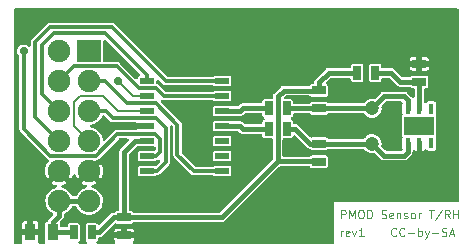
<source format=gbr>
%TF.GenerationSoftware,KiCad,Pcbnew,6.0.0*%
%TF.CreationDate,2022-07-15T10:31:25+02:00*%
%TF.ProjectId,pmod-trh,706d6f64-2d74-4726-982e-6b696361645f,1*%
%TF.SameCoordinates,Original*%
%TF.FileFunction,Copper,L1,Top*%
%TF.FilePolarity,Positive*%
%FSLAX46Y46*%
G04 Gerber Fmt 4.6, Leading zero omitted, Abs format (unit mm)*
G04 Created by KiCad (PCBNEW 6.0.0) date 2022-07-15 10:31:25*
%MOMM*%
%LPD*%
G01*
G04 APERTURE LIST*
%ADD10C,0.076200*%
%TA.AperFunction,NonConductor*%
%ADD11C,0.076200*%
%TD*%
%ADD12C,0.101600*%
%TA.AperFunction,NonConductor*%
%ADD13C,0.101600*%
%TD*%
%TA.AperFunction,SMDPad,CuDef*%
%ADD14R,1.143000X0.635000*%
%TD*%
%TA.AperFunction,SMDPad,CuDef*%
%ADD15R,0.889000X1.397000*%
%TD*%
%TA.AperFunction,SMDPad,CuDef*%
%ADD16C,1.198880*%
%TD*%
%TA.AperFunction,SMDPad,CuDef*%
%ADD17R,0.635000X1.143000*%
%TD*%
%TA.AperFunction,SMDPad,CuDef*%
%ADD18R,1.143000X0.508000*%
%TD*%
%TA.AperFunction,ComponentPad*%
%ADD19R,2.000000X1.900000*%
%TD*%
%TA.AperFunction,ComponentPad*%
%ADD20C,1.900000*%
%TD*%
%TA.AperFunction,SMDPad,CuDef*%
%ADD21R,0.450000X0.850000*%
%TD*%
%TA.AperFunction,SMDPad,CuDef*%
%ADD22R,2.500000X1.600000*%
%TD*%
%TA.AperFunction,ViaPad*%
%ADD23C,0.711200*%
%TD*%
%TA.AperFunction,ViaPad*%
%ADD24C,0.800000*%
%TD*%
%TA.AperFunction,Conductor*%
%ADD25C,0.203200*%
%TD*%
%TA.AperFunction,Conductor*%
%ADD26C,0.304800*%
%TD*%
%TA.AperFunction,Conductor*%
%ADD27C,0.406400*%
%TD*%
G04 APERTURE END LIST*
D10*
D11*
X157370000Y-114316666D02*
X157370000Y-113850000D01*
X157370000Y-113983333D02*
X157403333Y-113916666D01*
X157436666Y-113883333D01*
X157503333Y-113850000D01*
X157570000Y-113850000D01*
X158070000Y-114283333D02*
X158003333Y-114316666D01*
X157870000Y-114316666D01*
X157803333Y-114283333D01*
X157770000Y-114216666D01*
X157770000Y-113950000D01*
X157803333Y-113883333D01*
X157870000Y-113850000D01*
X158003333Y-113850000D01*
X158070000Y-113883333D01*
X158103333Y-113950000D01*
X158103333Y-114016666D01*
X157770000Y-114083333D01*
X158336666Y-113850000D02*
X158503333Y-114316666D01*
X158670000Y-113850000D01*
X159303333Y-114316666D02*
X158903333Y-114316666D01*
X159103333Y-114316666D02*
X159103333Y-113616666D01*
X159036666Y-113716666D01*
X158970000Y-113783333D01*
X158903333Y-113816666D01*
D10*
D11*
X162033333Y-114250000D02*
X162000000Y-114283333D01*
X161900000Y-114316666D01*
X161833333Y-114316666D01*
X161733333Y-114283333D01*
X161666666Y-114216666D01*
X161633333Y-114150000D01*
X161600000Y-114016666D01*
X161600000Y-113916666D01*
X161633333Y-113783333D01*
X161666666Y-113716666D01*
X161733333Y-113650000D01*
X161833333Y-113616666D01*
X161900000Y-113616666D01*
X162000000Y-113650000D01*
X162033333Y-113683333D01*
X162733333Y-114250000D02*
X162700000Y-114283333D01*
X162600000Y-114316666D01*
X162533333Y-114316666D01*
X162433333Y-114283333D01*
X162366666Y-114216666D01*
X162333333Y-114150000D01*
X162300000Y-114016666D01*
X162300000Y-113916666D01*
X162333333Y-113783333D01*
X162366666Y-113716666D01*
X162433333Y-113650000D01*
X162533333Y-113616666D01*
X162600000Y-113616666D01*
X162700000Y-113650000D01*
X162733333Y-113683333D01*
X163033333Y-114050000D02*
X163566666Y-114050000D01*
X163900000Y-114316666D02*
X163900000Y-113616666D01*
X163900000Y-113883333D02*
X163966666Y-113850000D01*
X164100000Y-113850000D01*
X164166666Y-113883333D01*
X164200000Y-113916666D01*
X164233333Y-113983333D01*
X164233333Y-114183333D01*
X164200000Y-114250000D01*
X164166666Y-114283333D01*
X164100000Y-114316666D01*
X163966666Y-114316666D01*
X163900000Y-114283333D01*
X164466666Y-113850000D02*
X164633333Y-114316666D01*
X164800000Y-113850000D02*
X164633333Y-114316666D01*
X164566666Y-114483333D01*
X164533333Y-114516666D01*
X164466666Y-114550000D01*
X165066666Y-114050000D02*
X165600000Y-114050000D01*
X165900000Y-114283333D02*
X166000000Y-114316666D01*
X166166666Y-114316666D01*
X166233333Y-114283333D01*
X166266666Y-114250000D01*
X166300000Y-114183333D01*
X166300000Y-114116666D01*
X166266666Y-114050000D01*
X166233333Y-114016666D01*
X166166666Y-113983333D01*
X166033333Y-113950000D01*
X165966666Y-113916666D01*
X165933333Y-113883333D01*
X165900000Y-113816666D01*
X165900000Y-113750000D01*
X165933333Y-113683333D01*
X165966666Y-113650000D01*
X166033333Y-113616666D01*
X166200000Y-113616666D01*
X166300000Y-113650000D01*
X166566666Y-114116666D02*
X166900000Y-114116666D01*
X166500000Y-114316666D02*
X166733333Y-113616666D01*
X166966666Y-114316666D01*
D12*
D13*
X157367293Y-112816666D02*
X157367293Y-112116666D01*
X157633960Y-112116666D01*
X157700626Y-112150000D01*
X157733960Y-112183333D01*
X157767293Y-112250000D01*
X157767293Y-112350000D01*
X157733960Y-112416666D01*
X157700626Y-112450000D01*
X157633960Y-112483333D01*
X157367293Y-112483333D01*
X158067293Y-112816666D02*
X158067293Y-112116666D01*
X158300626Y-112616666D01*
X158533960Y-112116666D01*
X158533960Y-112816666D01*
X159000626Y-112116666D02*
X159133960Y-112116666D01*
X159200626Y-112150000D01*
X159267293Y-112216666D01*
X159300626Y-112350000D01*
X159300626Y-112583333D01*
X159267293Y-112716666D01*
X159200626Y-112783333D01*
X159133960Y-112816666D01*
X159000626Y-112816666D01*
X158933960Y-112783333D01*
X158867293Y-112716666D01*
X158833960Y-112583333D01*
X158833960Y-112350000D01*
X158867293Y-112216666D01*
X158933960Y-112150000D01*
X159000626Y-112116666D01*
X159600626Y-112816666D02*
X159600626Y-112116666D01*
X159767293Y-112116666D01*
X159867293Y-112150000D01*
X159933960Y-112216666D01*
X159967293Y-112283333D01*
X160000626Y-112416666D01*
X160000626Y-112516666D01*
X159967293Y-112650000D01*
X159933960Y-112716666D01*
X159867293Y-112783333D01*
X159767293Y-112816666D01*
X159600626Y-112816666D01*
X160800626Y-112783333D02*
X160900626Y-112816666D01*
X161067293Y-112816666D01*
X161133960Y-112783333D01*
X161167293Y-112750000D01*
X161200626Y-112683333D01*
X161200626Y-112616666D01*
X161167293Y-112550000D01*
X161133960Y-112516666D01*
X161067293Y-112483333D01*
X160933960Y-112450000D01*
X160867293Y-112416666D01*
X160833960Y-112383333D01*
X160800626Y-112316666D01*
X160800626Y-112250000D01*
X160833960Y-112183333D01*
X160867293Y-112150000D01*
X160933960Y-112116666D01*
X161100626Y-112116666D01*
X161200626Y-112150000D01*
X161767293Y-112783333D02*
X161700626Y-112816666D01*
X161567293Y-112816666D01*
X161500626Y-112783333D01*
X161467293Y-112716666D01*
X161467293Y-112450000D01*
X161500626Y-112383333D01*
X161567293Y-112350000D01*
X161700626Y-112350000D01*
X161767293Y-112383333D01*
X161800626Y-112450000D01*
X161800626Y-112516666D01*
X161467293Y-112583333D01*
X162100626Y-112350000D02*
X162100626Y-112816666D01*
X162100626Y-112416666D02*
X162133960Y-112383333D01*
X162200626Y-112350000D01*
X162300626Y-112350000D01*
X162367293Y-112383333D01*
X162400626Y-112450000D01*
X162400626Y-112816666D01*
X162700626Y-112783333D02*
X162767293Y-112816666D01*
X162900626Y-112816666D01*
X162967293Y-112783333D01*
X163000626Y-112716666D01*
X163000626Y-112683333D01*
X162967293Y-112616666D01*
X162900626Y-112583333D01*
X162800626Y-112583333D01*
X162733960Y-112550000D01*
X162700626Y-112483333D01*
X162700626Y-112450000D01*
X162733960Y-112383333D01*
X162800626Y-112350000D01*
X162900626Y-112350000D01*
X162967293Y-112383333D01*
X163400626Y-112816666D02*
X163333960Y-112783333D01*
X163300626Y-112750000D01*
X163267293Y-112683333D01*
X163267293Y-112483333D01*
X163300626Y-112416666D01*
X163333960Y-112383333D01*
X163400626Y-112350000D01*
X163500626Y-112350000D01*
X163567293Y-112383333D01*
X163600626Y-112416666D01*
X163633960Y-112483333D01*
X163633960Y-112683333D01*
X163600626Y-112750000D01*
X163567293Y-112783333D01*
X163500626Y-112816666D01*
X163400626Y-112816666D01*
X163933960Y-112816666D02*
X163933960Y-112350000D01*
X163933960Y-112483333D02*
X163967293Y-112416666D01*
X164000626Y-112383333D01*
X164067293Y-112350000D01*
X164133960Y-112350000D01*
X164800626Y-112116666D02*
X165200626Y-112116666D01*
X165000626Y-112816666D02*
X165000626Y-112116666D01*
X165933960Y-112083333D02*
X165333960Y-112983333D01*
X166567293Y-112816666D02*
X166333960Y-112483333D01*
X166167293Y-112816666D02*
X166167293Y-112116666D01*
X166433960Y-112116666D01*
X166500626Y-112150000D01*
X166533960Y-112183333D01*
X166567293Y-112250000D01*
X166567293Y-112350000D01*
X166533960Y-112416666D01*
X166500626Y-112450000D01*
X166433960Y-112483333D01*
X166167293Y-112483333D01*
X166867293Y-112816666D02*
X166867293Y-112116666D01*
X166867293Y-112450000D02*
X167267293Y-112450000D01*
X167267293Y-112816666D02*
X167267293Y-112116666D01*
D14*
%TO.P,R1,1*%
%TO.N,+3.3V*%
X155500000Y-108012000D03*
%TO.P,R1,2*%
%TO.N,/SDA*%
X155500000Y-106488000D03*
%TD*%
D15*
%TO.P,C1,1*%
%TO.N,+VPMOD*%
X132952500Y-114000000D03*
%TO.P,C1,2*%
%TO.N,GND*%
X131047500Y-114000000D03*
%TD*%
D16*
%TO.P,TP1,1,1*%
%TO.N,/SDA*%
X160000000Y-106500000D03*
%TD*%
D14*
%TO.P,C3,1*%
%TO.N,+VSENSOR*%
X164000000Y-101262000D03*
%TO.P,C3,2*%
%TO.N,GND*%
X164000000Y-99738000D03*
%TD*%
%TO.P,C2,1*%
%TO.N,+3.3V*%
X139000000Y-112738000D03*
%TO.P,C2,2*%
%TO.N,GND*%
X139000000Y-114262000D03*
%TD*%
D17*
%TO.P,L1,1,1*%
%TO.N,+VPMOD*%
X134738000Y-114000000D03*
%TO.P,L1,2,2*%
%TO.N,+3.3V*%
X136262000Y-114000000D03*
%TD*%
D18*
%TO.P,U1,1,PA05*%
%TO.N,PMOD_TXD*%
X147302000Y-108810000D03*
%TO.P,U1,2,PA08/XI*%
%TO.N,unconnected-(U1-Pad2)*%
X147302000Y-107540000D03*
%TO.P,U1,3,PA09/XO*%
%TO.N,unconnected-(U1-Pad3)*%
X147302000Y-106270000D03*
%TO.P,U1,4,PA14*%
%TO.N,Net-(R3-Pad1)*%
X147302000Y-105000000D03*
%TO.P,U1,5,PA15*%
%TO.N,Net-(R4-Pad1)*%
X147302000Y-103730000D03*
%TO.P,U1,6,PA28/RST*%
%TO.N,RST*%
X147302000Y-102460000D03*
%TO.P,U1,7,PA30*%
%TO.N,SWCLK*%
X147302000Y-101190000D03*
%TO.P,U1,8,PA31*%
%TO.N,SWDIO*%
X140952000Y-101190000D03*
%TO.P,U1,9,PA24*%
%TO.N,PMOD_CTS*%
X140952000Y-102460000D03*
%TO.P,U1,10,PA25*%
%TO.N,PMOD_RTS*%
X140952000Y-103730000D03*
%TO.P,U1,11*%
%TO.N,GND*%
X140952000Y-105000000D03*
%TO.P,U1,12*%
%TO.N,+3.3V*%
X140952000Y-106270000D03*
%TO.P,U1,13,PA02*%
%TO.N,IRQ*%
X140952000Y-107540000D03*
%TO.P,U1,14,PA04*%
%TO.N,PMOD_RXD*%
X140952000Y-108810000D03*
%TD*%
D19*
%TO.P,P1,1,IO1*%
%TO.N,PMOD_CTS*%
X136040000Y-98650000D03*
D20*
%TO.P,P1,2,IO2*%
%TO.N,PMOD_TXD*%
X136040000Y-101190000D03*
%TO.P,P1,3,IO3*%
%TO.N,PMOD_RXD*%
X136040000Y-103730000D03*
%TO.P,P1,4,IO4*%
%TO.N,PMOD_RTS*%
X136040000Y-106270000D03*
%TO.P,P1,5*%
%TO.N,GND*%
X136040000Y-108810000D03*
%TO.P,P1,6*%
%TO.N,+VPMOD*%
X136040000Y-111350000D03*
%TO.P,P1,7,IO5*%
%TO.N,IRQ*%
X133500000Y-98650000D03*
%TO.P,P1,8,IO6*%
%TO.N,RST*%
X133500000Y-101190000D03*
%TO.P,P1,9,IO7*%
%TO.N,SWDIO*%
X133500000Y-103730000D03*
%TO.P,P1,10,IO8*%
%TO.N,SWCLK*%
X133500000Y-106270000D03*
%TO.P,P1,11*%
%TO.N,GND*%
X133500000Y-108810000D03*
%TO.P,P1,12*%
%TO.N,+VPMOD*%
X133500000Y-111350000D03*
%TD*%
D17*
%TO.P,R4,1*%
%TO.N,Net-(R4-Pad1)*%
X151238000Y-103500000D03*
%TO.P,R4,2*%
%TO.N,/SCL*%
X152762000Y-103500000D03*
%TD*%
%TO.P,L2,1,1*%
%TO.N,+3.3V*%
X158738000Y-100500000D03*
%TO.P,L2,2,2*%
%TO.N,+VSENSOR*%
X160262000Y-100500000D03*
%TD*%
D21*
%TO.P,U2,1,SDA*%
%TO.N,/SDA*%
X163000000Y-106450000D03*
%TO.P,U2,2*%
%TO.N,GND*%
X164000000Y-106450000D03*
%TO.P,U2,3*%
%TO.N,unconnected-(U2-Pad3)*%
X165000000Y-106450000D03*
%TO.P,U2,4*%
%TO.N,unconnected-(U2-Pad4)*%
X165000000Y-103550000D03*
%TO.P,U2,5*%
%TO.N,+VSENSOR*%
X164000000Y-103550000D03*
%TO.P,U2,6,SCL*%
%TO.N,/SCL*%
X163000000Y-103550000D03*
D22*
%TO.P,U2,PAD*%
%TO.N,N/C*%
X164000000Y-105000000D03*
%TD*%
D14*
%TO.P,R2,1*%
%TO.N,+3.3V*%
X155500000Y-101988000D03*
%TO.P,R2,2*%
%TO.N,/SCL*%
X155500000Y-103512000D03*
%TD*%
D16*
%TO.P,TP2,1,1*%
%TO.N,/SCL*%
X160000000Y-103500000D03*
%TD*%
D17*
%TO.P,R3,1*%
%TO.N,Net-(R3-Pad1)*%
X151238000Y-105250000D03*
%TO.P,R3,2*%
%TO.N,/SDA*%
X152762000Y-105250000D03*
%TD*%
D23*
%TO.N,PMOD_CTS*%
X138500000Y-101180000D03*
%TO.N,GND*%
X164000000Y-98750000D03*
X137500000Y-114600000D03*
X144000000Y-95400000D03*
X130500000Y-95400000D03*
X131050000Y-112750000D03*
X148500000Y-114600000D03*
X166500000Y-109800000D03*
X137750000Y-98650000D03*
D24*
X157500000Y-109800000D03*
D23*
X164000000Y-107500000D03*
X140500000Y-114600000D03*
X166500000Y-100200000D03*
X153000000Y-114600000D03*
X166500000Y-95400000D03*
X162000000Y-95400000D03*
X162000000Y-109800000D03*
X157500000Y-95400000D03*
X139500000Y-95400000D03*
X139750000Y-105000000D03*
X144000000Y-114600000D03*
X166500000Y-105000000D03*
X135000000Y-95400000D03*
X148500000Y-95400000D03*
X153000000Y-95400000D03*
X155500000Y-105000000D03*
%TO.N,IRQ*%
X130500000Y-98650000D03*
%TO.N,/SDA*%
X160000000Y-106500000D03*
%TO.N,/SCL*%
X160000000Y-103500000D03*
%TD*%
D25*
%TO.N,PMOD_CTS*%
X140952000Y-102460000D02*
X139780000Y-102460000D01*
X139780000Y-102460000D02*
X138500000Y-101180000D01*
D26*
%TO.N,PMOD_TXD*%
X143520000Y-104880000D02*
X143520000Y-107420000D01*
X144910000Y-108810000D02*
X147302000Y-108810000D01*
X139250000Y-103090000D02*
X141730000Y-103090000D01*
X137350000Y-101190000D02*
X139250000Y-103090000D01*
X143520000Y-107420000D02*
X144910000Y-108810000D01*
X136040000Y-101190000D02*
X137350000Y-101190000D01*
X141730000Y-103090000D02*
X143520000Y-104880000D01*
%TO.N,PMOD_RXD*%
X141726211Y-104340089D02*
X142530000Y-105143878D01*
X142530000Y-105143878D02*
X142530000Y-108070000D01*
X138040089Y-104340089D02*
X141726211Y-104340089D01*
X141790000Y-108810000D02*
X140952000Y-108810000D01*
X137430000Y-103730000D02*
X138040089Y-104340089D01*
X136040000Y-103730000D02*
X137430000Y-103730000D01*
X142530000Y-108070000D02*
X141790000Y-108810000D01*
D25*
%TO.N,PMOD_RTS*%
X137250000Y-102460000D02*
X135300000Y-102460000D01*
X134770000Y-105000000D02*
X136040000Y-106270000D01*
X140952000Y-103730000D02*
X138520000Y-103730000D01*
X134770000Y-102990000D02*
X134770000Y-105000000D01*
X135300000Y-102460000D02*
X134770000Y-102990000D01*
X138520000Y-103730000D02*
X137250000Y-102460000D01*
D27*
%TO.N,GND*%
X131047500Y-112752500D02*
X131050000Y-112750000D01*
X164000000Y-106450000D02*
X164000000Y-107500000D01*
X131047500Y-114000000D02*
X131047500Y-112752500D01*
X137838000Y-114262000D02*
X137500000Y-114600000D01*
X140162000Y-114262000D02*
X140500000Y-114600000D01*
X139000000Y-114262000D02*
X137838000Y-114262000D01*
X139000000Y-114262000D02*
X140162000Y-114262000D01*
X140952000Y-105000000D02*
X139750000Y-105000000D01*
X164000000Y-99738000D02*
X164000000Y-98750000D01*
%TO.N,+3.3V*%
X158738000Y-100500000D02*
X156310000Y-100500000D01*
X139000000Y-112738000D02*
X147262000Y-112738000D01*
X152000000Y-102500000D02*
X152500000Y-102000000D01*
X139000000Y-112738000D02*
X139000000Y-107210000D01*
X152500000Y-102000000D02*
X155488000Y-102000000D01*
X152000000Y-108000000D02*
X155488000Y-108000000D01*
X138152000Y-112738000D02*
X139000000Y-112738000D01*
X155488000Y-108000000D02*
X155500000Y-108012000D01*
X147262000Y-112738000D02*
X152000000Y-108000000D01*
X155500000Y-101310000D02*
X155500000Y-101988000D01*
X136262000Y-114000000D02*
X136890000Y-114000000D01*
X139000000Y-107210000D02*
X139940000Y-106270000D01*
X156310000Y-100500000D02*
X155500000Y-101310000D01*
X139940000Y-106270000D02*
X140952000Y-106270000D01*
X152000000Y-108000000D02*
X152000000Y-102500000D01*
X155488000Y-102000000D02*
X155500000Y-101988000D01*
X136890000Y-114000000D02*
X138152000Y-112738000D01*
D26*
%TO.N,RST*%
X138405689Y-99935689D02*
X140290000Y-101820000D01*
X133500000Y-101190000D02*
X134754311Y-99935689D01*
X142386122Y-102460000D02*
X147302000Y-102460000D01*
X140290000Y-101820000D02*
X141746122Y-101820000D01*
X141746122Y-101820000D02*
X142386122Y-102460000D01*
X134754311Y-99935689D02*
X138405689Y-99935689D01*
%TO.N,IRQ*%
X142040000Y-107240000D02*
X142040000Y-106080000D01*
X130500000Y-105290000D02*
X130500000Y-98650000D01*
X141740000Y-107540000D02*
X142040000Y-107240000D01*
X140952000Y-107540000D02*
X141740000Y-107540000D01*
X142040000Y-106080000D02*
X141650000Y-105690000D01*
X136590000Y-107540000D02*
X132750000Y-107540000D01*
X141650000Y-105690000D02*
X138440000Y-105690000D01*
X138440000Y-105690000D02*
X136590000Y-107540000D01*
X132750000Y-107540000D02*
X130500000Y-105290000D01*
D27*
%TO.N,+VPMOD*%
X133500000Y-112600000D02*
X133500000Y-111350000D01*
X136040000Y-111350000D02*
X133500000Y-111350000D01*
X132952500Y-113147500D02*
X133500000Y-112600000D01*
X132952500Y-114000000D02*
X134738000Y-114000000D01*
X132952500Y-114000000D02*
X132952500Y-113147500D01*
D26*
%TO.N,SWDIO*%
X140952000Y-101190000D02*
X140952000Y-100702000D01*
X140952000Y-100702000D02*
X137370000Y-97120000D01*
X132050000Y-102280000D02*
X133500000Y-103730000D01*
X132050000Y-98110000D02*
X132050000Y-102280000D01*
X133040000Y-97120000D02*
X132050000Y-98110000D01*
X137370000Y-97120000D02*
X133040000Y-97120000D01*
%TO.N,SWCLK*%
X131460000Y-97890000D02*
X131460000Y-104230000D01*
X142540000Y-101190000D02*
X137950000Y-96600000D01*
X132750000Y-96600000D02*
X131460000Y-97890000D01*
X137950000Y-96600000D02*
X132750000Y-96600000D01*
X131460000Y-104230000D02*
X133500000Y-106270000D01*
X147302000Y-101190000D02*
X142540000Y-101190000D01*
D27*
%TO.N,Net-(R3-Pad1)*%
X149030000Y-105250000D02*
X151238000Y-105250000D01*
X147302000Y-105000000D02*
X148780000Y-105000000D01*
X148780000Y-105000000D02*
X149030000Y-105250000D01*
%TO.N,Net-(R4-Pad1)*%
X149050000Y-103500000D02*
X151238000Y-103500000D01*
X148820000Y-103730000D02*
X149050000Y-103500000D01*
X147302000Y-103730000D02*
X148820000Y-103730000D01*
%TO.N,+VSENSOR*%
X164000000Y-101262000D02*
X164000000Y-103550000D01*
X162382000Y-101262000D02*
X161620000Y-100500000D01*
X164000000Y-101262000D02*
X162382000Y-101262000D01*
X161620000Y-100500000D02*
X160262000Y-100500000D01*
%TO.N,/SDA*%
X162680000Y-107500000D02*
X163000000Y-107180000D01*
D26*
X155500000Y-106488000D02*
X155512000Y-106500000D01*
D27*
X160000000Y-106500000D02*
X161000000Y-107500000D01*
X161000000Y-107500000D02*
X162680000Y-107500000D01*
X155512000Y-106500000D02*
X160000000Y-106500000D01*
X152762000Y-105250000D02*
X153480000Y-105250000D01*
X153480000Y-105250000D02*
X154718000Y-106488000D01*
X163000000Y-107180000D02*
X163000000Y-106450000D01*
X155500000Y-106488000D02*
X154718000Y-106488000D01*
%TO.N,/SCL*%
X160000000Y-103500000D02*
X155512000Y-103500000D01*
X161000000Y-102500000D02*
X160000000Y-103500000D01*
X163000000Y-102770000D02*
X163000000Y-103550000D01*
X155500000Y-103512000D02*
X152774000Y-103512000D01*
X152774000Y-103512000D02*
X152762000Y-103500000D01*
X155512000Y-103500000D02*
X155500000Y-103512000D01*
X161000000Y-102500000D02*
X162730000Y-102500000D01*
X162730000Y-102500000D02*
X163000000Y-102770000D01*
%TD*%
%TA.AperFunction,Conductor*%
%TO.N,GND*%
G36*
X167288921Y-95063202D02*
G01*
X167335414Y-95116858D01*
X167346800Y-95169200D01*
X167346800Y-111304900D01*
X167326798Y-111373021D01*
X167273142Y-111419514D01*
X167220800Y-111430900D01*
X156811867Y-111430900D01*
X156811867Y-113569100D01*
X156811952Y-113569100D01*
X156812034Y-113569669D01*
X156812034Y-114830800D01*
X156792032Y-114898921D01*
X156738376Y-114945414D01*
X156686034Y-114956800D01*
X139860609Y-114956800D01*
X139792488Y-114936798D01*
X139745995Y-114883142D01*
X139735891Y-114812868D01*
X139755844Y-114760798D01*
X139803868Y-114688925D01*
X139813184Y-114666434D01*
X139824293Y-114610585D01*
X139825500Y-114598330D01*
X139825500Y-114534115D01*
X139821025Y-114518876D01*
X139819635Y-114517671D01*
X139811952Y-114516000D01*
X138192616Y-114516000D01*
X138177377Y-114520475D01*
X138176172Y-114521865D01*
X138174501Y-114529548D01*
X138174501Y-114598328D01*
X138175709Y-114610588D01*
X138186815Y-114666431D01*
X138196133Y-114688927D01*
X138244156Y-114760798D01*
X138265371Y-114828551D01*
X138246588Y-114897018D01*
X138193771Y-114944461D01*
X138139391Y-114956800D01*
X136784876Y-114956800D01*
X136716755Y-114936798D01*
X136670262Y-114883142D01*
X136660158Y-114812868D01*
X136689652Y-114748288D01*
X136714874Y-114726035D01*
X136716043Y-114725254D01*
X136716045Y-114725252D01*
X136726360Y-114718360D01*
X136771381Y-114650980D01*
X136783200Y-114591564D01*
X136783200Y-114532900D01*
X136803202Y-114464779D01*
X136856858Y-114418286D01*
X136909200Y-114406900D01*
X136954446Y-114406900D01*
X136975848Y-114399946D01*
X136995074Y-114395330D01*
X137007513Y-114393360D01*
X137017306Y-114391809D01*
X137037359Y-114381592D01*
X137055620Y-114374028D01*
X137067597Y-114370136D01*
X137067599Y-114370135D01*
X137077032Y-114367070D01*
X137095241Y-114353840D01*
X137112096Y-114343510D01*
X137132151Y-114333292D01*
X137475558Y-113989885D01*
X138174500Y-113989885D01*
X138178975Y-114005124D01*
X138180365Y-114006329D01*
X138188048Y-114008000D01*
X138727885Y-114008000D01*
X138743124Y-114003525D01*
X138744329Y-114002135D01*
X138746000Y-113994452D01*
X138746000Y-113989885D01*
X139254000Y-113989885D01*
X139258475Y-114005124D01*
X139259865Y-114006329D01*
X139267548Y-114008000D01*
X139807384Y-114008000D01*
X139822623Y-114003525D01*
X139823828Y-114002135D01*
X139825499Y-113994452D01*
X139825499Y-113925672D01*
X139824291Y-113913412D01*
X139813185Y-113857569D01*
X139803867Y-113835073D01*
X139761517Y-113771692D01*
X139744308Y-113754483D01*
X139680925Y-113712132D01*
X139658434Y-113702816D01*
X139602585Y-113691707D01*
X139590330Y-113690500D01*
X139272115Y-113690500D01*
X139256876Y-113694975D01*
X139255671Y-113696365D01*
X139254000Y-113704048D01*
X139254000Y-113989885D01*
X138746000Y-113989885D01*
X138746000Y-113708616D01*
X138741525Y-113693377D01*
X138740135Y-113692172D01*
X138732452Y-113690501D01*
X138409672Y-113690501D01*
X138397412Y-113691709D01*
X138341569Y-113702815D01*
X138319073Y-113712133D01*
X138255692Y-113754483D01*
X138238483Y-113771692D01*
X138196132Y-113835075D01*
X138186816Y-113857566D01*
X138175707Y-113913415D01*
X138174500Y-113925670D01*
X138174500Y-113989885D01*
X137475558Y-113989885D01*
X138198740Y-113266703D01*
X138261052Y-113232677D01*
X138336055Y-113239390D01*
X138338700Y-113240486D01*
X138349020Y-113247381D01*
X138408436Y-113259200D01*
X139591564Y-113259200D01*
X139650980Y-113247381D01*
X139718360Y-113202360D01*
X139725252Y-113192045D01*
X139734031Y-113183266D01*
X139736947Y-113186182D01*
X139773802Y-113155375D01*
X139824102Y-113144900D01*
X147326446Y-113144900D01*
X147347848Y-113137946D01*
X147367074Y-113133330D01*
X147379513Y-113131360D01*
X147389306Y-113129809D01*
X147409359Y-113119592D01*
X147427620Y-113112028D01*
X147439597Y-113108136D01*
X147439599Y-113108135D01*
X147449032Y-113105070D01*
X147467241Y-113091840D01*
X147484096Y-113081510D01*
X147504151Y-113071292D01*
X152131638Y-108443805D01*
X152193950Y-108409779D01*
X152220733Y-108406900D01*
X154667880Y-108406900D01*
X154736001Y-108426902D01*
X154772646Y-108462900D01*
X154774746Y-108466043D01*
X154774748Y-108466045D01*
X154781640Y-108476360D01*
X154849020Y-108521381D01*
X154908436Y-108533200D01*
X156091564Y-108533200D01*
X156150980Y-108521381D01*
X156218360Y-108476360D01*
X156263381Y-108408980D01*
X156275200Y-108349564D01*
X156275200Y-107674436D01*
X156263381Y-107615020D01*
X156218360Y-107547640D01*
X156176158Y-107519442D01*
X156161298Y-107509513D01*
X156161297Y-107509513D01*
X156150980Y-107502619D01*
X156091564Y-107490800D01*
X154908436Y-107490800D01*
X154849020Y-107502619D01*
X154838703Y-107509513D01*
X154838702Y-107509513D01*
X154823842Y-107519442D01*
X154781640Y-107547640D01*
X154775588Y-107556697D01*
X154714196Y-107590221D01*
X154687413Y-107593100D01*
X152532900Y-107593100D01*
X152464779Y-107573098D01*
X152418286Y-107519442D01*
X152406900Y-107467100D01*
X152406900Y-106151200D01*
X152426902Y-106083079D01*
X152480558Y-106036586D01*
X152532900Y-106025200D01*
X153099564Y-106025200D01*
X153158980Y-106013381D01*
X153226360Y-105968360D01*
X153271381Y-105900980D01*
X153273802Y-105888809D01*
X153278551Y-105877344D01*
X153281272Y-105878471D01*
X153305440Y-105832262D01*
X153367134Y-105797127D01*
X153438029Y-105800924D01*
X153485209Y-105830652D01*
X154452922Y-106798366D01*
X154452926Y-106798369D01*
X154475849Y-106821292D01*
X154495907Y-106831512D01*
X154512759Y-106841840D01*
X154530968Y-106855069D01*
X154552368Y-106862022D01*
X154570633Y-106869587D01*
X154590694Y-106879809D01*
X154600485Y-106881360D01*
X154600489Y-106881361D01*
X154612937Y-106883333D01*
X154632157Y-106887947D01*
X154653553Y-106894899D01*
X154675897Y-106894899D01*
X154744018Y-106914901D01*
X154764356Y-106934879D01*
X154765969Y-106933266D01*
X154774748Y-106942045D01*
X154781640Y-106952360D01*
X154800255Y-106964798D01*
X154833644Y-106987107D01*
X154849020Y-106997381D01*
X154908436Y-107009200D01*
X156091564Y-107009200D01*
X156150980Y-106997381D01*
X156166357Y-106987107D01*
X156199745Y-106964798D01*
X156218360Y-106952360D01*
X156224412Y-106943303D01*
X156285804Y-106909779D01*
X156312587Y-106906900D01*
X159236432Y-106906900D01*
X159304553Y-106926902D01*
X159344207Y-106967628D01*
X159356004Y-106987107D01*
X159356007Y-106987110D01*
X159359654Y-106993133D01*
X159484820Y-107122746D01*
X159635591Y-107221407D01*
X159642195Y-107223863D01*
X159797863Y-107281756D01*
X159797865Y-107281757D01*
X159804473Y-107284214D01*
X159887774Y-107295329D01*
X159976093Y-107307114D01*
X159976097Y-107307114D01*
X159983074Y-107308045D01*
X159990085Y-107307407D01*
X159990089Y-107307407D01*
X160073594Y-107299807D01*
X160153008Y-107292579D01*
X160222660Y-107306324D01*
X160253522Y-107328965D01*
X160757849Y-107833292D01*
X160777904Y-107843510D01*
X160794759Y-107853840D01*
X160812968Y-107867070D01*
X160822401Y-107870135D01*
X160822403Y-107870136D01*
X160834380Y-107874028D01*
X160852641Y-107881592D01*
X160872694Y-107891809D01*
X160894396Y-107895246D01*
X160894926Y-107895330D01*
X160914152Y-107899946D01*
X160935554Y-107906900D01*
X162744446Y-107906900D01*
X162765848Y-107899946D01*
X162785074Y-107895330D01*
X162785605Y-107895246D01*
X162807306Y-107891809D01*
X162827359Y-107881592D01*
X162845620Y-107874028D01*
X162857597Y-107870136D01*
X162857599Y-107870135D01*
X162867032Y-107867070D01*
X162885241Y-107853840D01*
X162902096Y-107843510D01*
X162922151Y-107833292D01*
X163013292Y-107742151D01*
X163310366Y-107445078D01*
X163310369Y-107445074D01*
X163333292Y-107422151D01*
X163343512Y-107402093D01*
X163353840Y-107385240D01*
X163356208Y-107381981D01*
X163367069Y-107367032D01*
X163374023Y-107345631D01*
X163381588Y-107327365D01*
X163387309Y-107316138D01*
X163387309Y-107316137D01*
X163391809Y-107307306D01*
X163393360Y-107297515D01*
X163393361Y-107297511D01*
X163395333Y-107285063D01*
X163399947Y-107265844D01*
X163403833Y-107253882D01*
X163406899Y-107244447D01*
X163406899Y-107212030D01*
X163406900Y-107212024D01*
X163406900Y-107170256D01*
X163426902Y-107102135D01*
X163480558Y-107055642D01*
X163550832Y-107045538D01*
X163602902Y-107065491D01*
X163665575Y-107107368D01*
X163688066Y-107116684D01*
X163743915Y-107127793D01*
X163756170Y-107129000D01*
X163756885Y-107129000D01*
X163772124Y-107124525D01*
X163773329Y-107123135D01*
X163775000Y-107115452D01*
X163775000Y-106351000D01*
X163795002Y-106282879D01*
X163848658Y-106236386D01*
X163901000Y-106225000D01*
X164099000Y-106225000D01*
X164167121Y-106245002D01*
X164213614Y-106298658D01*
X164225000Y-106351000D01*
X164225000Y-107110884D01*
X164229475Y-107126123D01*
X164230865Y-107127328D01*
X164238548Y-107128999D01*
X164243828Y-107128999D01*
X164256088Y-107127791D01*
X164311931Y-107116685D01*
X164334427Y-107107367D01*
X164397808Y-107065017D01*
X164415017Y-107047808D01*
X164426848Y-107030101D01*
X164481324Y-106984572D01*
X164551767Y-106975723D01*
X164620709Y-107011006D01*
X164621248Y-107011545D01*
X164628140Y-107021860D01*
X164695520Y-107066881D01*
X164754936Y-107078700D01*
X165245064Y-107078700D01*
X165304480Y-107066881D01*
X165371860Y-107021860D01*
X165416881Y-106954480D01*
X165428700Y-106895064D01*
X165428700Y-106004936D01*
X165427494Y-105998872D01*
X165427493Y-105998864D01*
X165422676Y-105974648D01*
X165429004Y-105903934D01*
X165430372Y-105901318D01*
X165430238Y-105901263D01*
X165434987Y-105889798D01*
X165441881Y-105879480D01*
X165453700Y-105820064D01*
X165453700Y-104179936D01*
X165441881Y-104120520D01*
X165434987Y-104110202D01*
X165430238Y-104098737D01*
X165434320Y-104097046D01*
X165420274Y-104052148D01*
X165422676Y-104025352D01*
X165427493Y-104001136D01*
X165427494Y-104001128D01*
X165428700Y-103995064D01*
X165428700Y-103104936D01*
X165416881Y-103045520D01*
X165371860Y-102978140D01*
X165335893Y-102954108D01*
X165314798Y-102940013D01*
X165314797Y-102940013D01*
X165304480Y-102933119D01*
X165245064Y-102921300D01*
X164754936Y-102921300D01*
X164695520Y-102933119D01*
X164685203Y-102940013D01*
X164685202Y-102940013D01*
X164664107Y-102954108D01*
X164628140Y-102978140D01*
X164621605Y-102987921D01*
X164559683Y-103021734D01*
X164488868Y-103016669D01*
X164432032Y-102974122D01*
X164407221Y-102907602D01*
X164406900Y-102898613D01*
X164406900Y-101909200D01*
X164426902Y-101841079D01*
X164480558Y-101794586D01*
X164532900Y-101783200D01*
X164591564Y-101783200D01*
X164650980Y-101771381D01*
X164718360Y-101726360D01*
X164763381Y-101658980D01*
X164775200Y-101599564D01*
X164775200Y-100924436D01*
X164763381Y-100865020D01*
X164750808Y-100846202D01*
X164729223Y-100813898D01*
X164718360Y-100797640D01*
X164676379Y-100769590D01*
X164661298Y-100759513D01*
X164661297Y-100759513D01*
X164650980Y-100752619D01*
X164591564Y-100740800D01*
X163408436Y-100740800D01*
X163349020Y-100752619D01*
X163338703Y-100759513D01*
X163338702Y-100759513D01*
X163323621Y-100769590D01*
X163281640Y-100797640D01*
X163274748Y-100807955D01*
X163265969Y-100816734D01*
X163263053Y-100813818D01*
X163226198Y-100844625D01*
X163175898Y-100855100D01*
X162602733Y-100855100D01*
X162534612Y-100835098D01*
X162513638Y-100818195D01*
X161862151Y-100166708D01*
X161842096Y-100156490D01*
X161825241Y-100146160D01*
X161820113Y-100142434D01*
X161807032Y-100132930D01*
X161797599Y-100129865D01*
X161797597Y-100129864D01*
X161785620Y-100125972D01*
X161767358Y-100118408D01*
X161756140Y-100112692D01*
X161756139Y-100112692D01*
X161747306Y-100108191D01*
X161725074Y-100104670D01*
X161705848Y-100100054D01*
X161693879Y-100096165D01*
X161684446Y-100093100D01*
X160909200Y-100093100D01*
X160845268Y-100074328D01*
X163174501Y-100074328D01*
X163175709Y-100086588D01*
X163186815Y-100142431D01*
X163196133Y-100164927D01*
X163238483Y-100228308D01*
X163255692Y-100245517D01*
X163319075Y-100287868D01*
X163341566Y-100297184D01*
X163397415Y-100308293D01*
X163409670Y-100309500D01*
X163727885Y-100309500D01*
X163743124Y-100305025D01*
X163744329Y-100303635D01*
X163746000Y-100295952D01*
X163746000Y-100291384D01*
X164254000Y-100291384D01*
X164258475Y-100306623D01*
X164259865Y-100307828D01*
X164267548Y-100309499D01*
X164590328Y-100309499D01*
X164602588Y-100308291D01*
X164658431Y-100297185D01*
X164680927Y-100287867D01*
X164744308Y-100245517D01*
X164761517Y-100228308D01*
X164803868Y-100164925D01*
X164813184Y-100142434D01*
X164824293Y-100086585D01*
X164825500Y-100074330D01*
X164825500Y-100010115D01*
X164821025Y-99994876D01*
X164819635Y-99993671D01*
X164811952Y-99992000D01*
X164272115Y-99992000D01*
X164256876Y-99996475D01*
X164255671Y-99997865D01*
X164254000Y-100005548D01*
X164254000Y-100291384D01*
X163746000Y-100291384D01*
X163746000Y-100010115D01*
X163741525Y-99994876D01*
X163740135Y-99993671D01*
X163732452Y-99992000D01*
X163192616Y-99992000D01*
X163177377Y-99996475D01*
X163176172Y-99997865D01*
X163174501Y-100005548D01*
X163174501Y-100074328D01*
X160845268Y-100074328D01*
X160841079Y-100073098D01*
X160794586Y-100019442D01*
X160783200Y-99967100D01*
X160783200Y-99908436D01*
X160771381Y-99849020D01*
X160726360Y-99781640D01*
X160683811Y-99753210D01*
X160669298Y-99743513D01*
X160669297Y-99743513D01*
X160658980Y-99736619D01*
X160599564Y-99724800D01*
X159924436Y-99724800D01*
X159865020Y-99736619D01*
X159854703Y-99743513D01*
X159854702Y-99743513D01*
X159840189Y-99753210D01*
X159797640Y-99781640D01*
X159752619Y-99849020D01*
X159740800Y-99908436D01*
X159740800Y-101091564D01*
X159752619Y-101150980D01*
X159797640Y-101218360D01*
X159807955Y-101225252D01*
X159853185Y-101255473D01*
X159865020Y-101263381D01*
X159924436Y-101275200D01*
X160599564Y-101275200D01*
X160658980Y-101263381D01*
X160670816Y-101255473D01*
X160716045Y-101225252D01*
X160726360Y-101218360D01*
X160771381Y-101150980D01*
X160783200Y-101091564D01*
X160783200Y-101032900D01*
X160803202Y-100964779D01*
X160856858Y-100918286D01*
X160909200Y-100906900D01*
X161399267Y-100906900D01*
X161467388Y-100926902D01*
X161488362Y-100943805D01*
X162139849Y-101595292D01*
X162159904Y-101605510D01*
X162176759Y-101615840D01*
X162194968Y-101629070D01*
X162204401Y-101632135D01*
X162204403Y-101632136D01*
X162216380Y-101636028D01*
X162234641Y-101643592D01*
X162254694Y-101653809D01*
X162264487Y-101655360D01*
X162276926Y-101657330D01*
X162296152Y-101661946D01*
X162317554Y-101668900D01*
X163175898Y-101668900D01*
X163244019Y-101688902D01*
X163264355Y-101708880D01*
X163265969Y-101707266D01*
X163274748Y-101716045D01*
X163281640Y-101726360D01*
X163349020Y-101771381D01*
X163408436Y-101783200D01*
X163467100Y-101783200D01*
X163535221Y-101803202D01*
X163581714Y-101856858D01*
X163593100Y-101909200D01*
X163593100Y-102506284D01*
X163573098Y-102574405D01*
X163519442Y-102620898D01*
X163449168Y-102631002D01*
X163384588Y-102601508D01*
X163365168Y-102580351D01*
X163353836Y-102564754D01*
X163343508Y-102547900D01*
X163337795Y-102536687D01*
X163333292Y-102527849D01*
X162972151Y-102166708D01*
X162952096Y-102156490D01*
X162935241Y-102146160D01*
X162932557Y-102144210D01*
X162917032Y-102132930D01*
X162907599Y-102129865D01*
X162907597Y-102129864D01*
X162895620Y-102125972D01*
X162877358Y-102118408D01*
X162866140Y-102112692D01*
X162866139Y-102112692D01*
X162857306Y-102108191D01*
X162835074Y-102104670D01*
X162815848Y-102100054D01*
X162803879Y-102096165D01*
X162794446Y-102093100D01*
X160935554Y-102093100D01*
X160926121Y-102096165D01*
X160914152Y-102100054D01*
X160894926Y-102104670D01*
X160872694Y-102108191D01*
X160863861Y-102112692D01*
X160863860Y-102112692D01*
X160852642Y-102118408D01*
X160834380Y-102125972D01*
X160822403Y-102129864D01*
X160822401Y-102129865D01*
X160812968Y-102132930D01*
X160797443Y-102144210D01*
X160794759Y-102146160D01*
X160777904Y-102156490D01*
X160757849Y-102166708D01*
X160251826Y-102672731D01*
X160189514Y-102706757D01*
X160147813Y-102708750D01*
X160012636Y-102692632D01*
X160005642Y-102691798D01*
X159998639Y-102692534D01*
X159998638Y-102692534D01*
X159951468Y-102697492D01*
X159826446Y-102710632D01*
X159819778Y-102712902D01*
X159662543Y-102766429D01*
X159662540Y-102766430D01*
X159655876Y-102768699D01*
X159502409Y-102863112D01*
X159456263Y-102908302D01*
X159384947Y-102978140D01*
X159373673Y-102989180D01*
X159346437Y-103031442D01*
X159343915Y-103035356D01*
X159290200Y-103081780D01*
X159238004Y-103093100D01*
X156312587Y-103093100D01*
X156244466Y-103073098D01*
X156224758Y-103057215D01*
X156218360Y-103047640D01*
X156150980Y-103002619D01*
X156091564Y-102990800D01*
X154908436Y-102990800D01*
X154849020Y-103002619D01*
X154781640Y-103047640D01*
X154774748Y-103057955D01*
X154765969Y-103066734D01*
X154763053Y-103063818D01*
X154726198Y-103094625D01*
X154675898Y-103105100D01*
X153409200Y-103105100D01*
X153341079Y-103085098D01*
X153294586Y-103031442D01*
X153283200Y-102979100D01*
X153283200Y-102908436D01*
X153271381Y-102849020D01*
X153250500Y-102817768D01*
X153243776Y-102807705D01*
X153226360Y-102781640D01*
X153158980Y-102736619D01*
X153099564Y-102724800D01*
X152654833Y-102724800D01*
X152586712Y-102704798D01*
X152540219Y-102651142D01*
X152530115Y-102580868D01*
X152559609Y-102516288D01*
X152565738Y-102509705D01*
X152631638Y-102443805D01*
X152693950Y-102409779D01*
X152720733Y-102406900D01*
X154687413Y-102406900D01*
X154755534Y-102426902D01*
X154775242Y-102442785D01*
X154781640Y-102452360D01*
X154791955Y-102459252D01*
X154834500Y-102487679D01*
X154849020Y-102497381D01*
X154908436Y-102509200D01*
X156091564Y-102509200D01*
X156150980Y-102497381D01*
X156165501Y-102487679D01*
X156208045Y-102459252D01*
X156218360Y-102452360D01*
X156263381Y-102384980D01*
X156275200Y-102325564D01*
X156275200Y-101650436D01*
X156263381Y-101591020D01*
X156218360Y-101523640D01*
X156150980Y-101478619D01*
X156146482Y-101477724D01*
X156095418Y-101436572D01*
X156072999Y-101369208D01*
X156090559Y-101300417D01*
X156109824Y-101275619D01*
X156441638Y-100943805D01*
X156503950Y-100909779D01*
X156530733Y-100906900D01*
X158090800Y-100906900D01*
X158158921Y-100926902D01*
X158205414Y-100980558D01*
X158216800Y-101032900D01*
X158216800Y-101091564D01*
X158228619Y-101150980D01*
X158273640Y-101218360D01*
X158283955Y-101225252D01*
X158329185Y-101255473D01*
X158341020Y-101263381D01*
X158400436Y-101275200D01*
X159075564Y-101275200D01*
X159134980Y-101263381D01*
X159146816Y-101255473D01*
X159192045Y-101225252D01*
X159202360Y-101218360D01*
X159247381Y-101150980D01*
X159259200Y-101091564D01*
X159259200Y-99908436D01*
X159247381Y-99849020D01*
X159202360Y-99781640D01*
X159159811Y-99753210D01*
X159145298Y-99743513D01*
X159145297Y-99743513D01*
X159134980Y-99736619D01*
X159075564Y-99724800D01*
X158400436Y-99724800D01*
X158341020Y-99736619D01*
X158330703Y-99743513D01*
X158330702Y-99743513D01*
X158316189Y-99753210D01*
X158273640Y-99781640D01*
X158228619Y-99849020D01*
X158216800Y-99908436D01*
X158216800Y-99967100D01*
X158196798Y-100035221D01*
X158143142Y-100081714D01*
X158090800Y-100093100D01*
X156245554Y-100093100D01*
X156236121Y-100096165D01*
X156224152Y-100100054D01*
X156204926Y-100104670D01*
X156182694Y-100108191D01*
X156173861Y-100112692D01*
X156173860Y-100112692D01*
X156162642Y-100118408D01*
X156144380Y-100125972D01*
X156132403Y-100129864D01*
X156132401Y-100129865D01*
X156122968Y-100132930D01*
X156109887Y-100142434D01*
X156104759Y-100146160D01*
X156087904Y-100156490D01*
X156067849Y-100166708D01*
X155166708Y-101067849D01*
X155156554Y-101087779D01*
X155156492Y-101087900D01*
X155146160Y-101104759D01*
X155132930Y-101122968D01*
X155129865Y-101132401D01*
X155129864Y-101132403D01*
X155125972Y-101144380D01*
X155118408Y-101162641D01*
X155108191Y-101182694D01*
X155104944Y-101203199D01*
X155104670Y-101204926D01*
X155100054Y-101224152D01*
X155093100Y-101245554D01*
X155093100Y-101340800D01*
X155073098Y-101408921D01*
X155019442Y-101455414D01*
X154967100Y-101466800D01*
X154908436Y-101466800D01*
X154849020Y-101478619D01*
X154781640Y-101523640D01*
X154774748Y-101533955D01*
X154774746Y-101533957D01*
X154772646Y-101537100D01*
X154766295Y-101542408D01*
X154765969Y-101542734D01*
X154765940Y-101542705D01*
X154718170Y-101582629D01*
X154667880Y-101593100D01*
X152435554Y-101593100D01*
X152426121Y-101596165D01*
X152414152Y-101600054D01*
X152394926Y-101604670D01*
X152372694Y-101608191D01*
X152363861Y-101612692D01*
X152363860Y-101612692D01*
X152352642Y-101618408D01*
X152334380Y-101625972D01*
X152322403Y-101629864D01*
X152322401Y-101629865D01*
X152312968Y-101632930D01*
X152297224Y-101644369D01*
X152294759Y-101646160D01*
X152277904Y-101656490D01*
X152257849Y-101666708D01*
X151666708Y-102257849D01*
X151662205Y-102266687D01*
X151656492Y-102277900D01*
X151646160Y-102294759D01*
X151632930Y-102312968D01*
X151629865Y-102322401D01*
X151629864Y-102322403D01*
X151625972Y-102334380D01*
X151618408Y-102352641D01*
X151608191Y-102372694D01*
X151606640Y-102382487D01*
X151604670Y-102394926D01*
X151600054Y-102414152D01*
X151593100Y-102435554D01*
X151593100Y-102598800D01*
X151573098Y-102666921D01*
X151519442Y-102713414D01*
X151467100Y-102724800D01*
X150900436Y-102724800D01*
X150841020Y-102736619D01*
X150773640Y-102781640D01*
X150756224Y-102807705D01*
X150749501Y-102817768D01*
X150728619Y-102849020D01*
X150716800Y-102908436D01*
X150716800Y-102967100D01*
X150696798Y-103035221D01*
X150643142Y-103081714D01*
X150590800Y-103093100D01*
X148985553Y-103093100D01*
X148967788Y-103098872D01*
X148964150Y-103100054D01*
X148944930Y-103104668D01*
X148932490Y-103106639D01*
X148932487Y-103106640D01*
X148922694Y-103108191D01*
X148902641Y-103118409D01*
X148884380Y-103125973D01*
X148862968Y-103132930D01*
X148854944Y-103138760D01*
X148854942Y-103138761D01*
X148844759Y-103146160D01*
X148827904Y-103156490D01*
X148807849Y-103166708D01*
X148688362Y-103286195D01*
X148626050Y-103320221D01*
X148599267Y-103323100D01*
X148049542Y-103323100D01*
X147979541Y-103301866D01*
X147963298Y-103291013D01*
X147963297Y-103291013D01*
X147952980Y-103284119D01*
X147893564Y-103272300D01*
X146710436Y-103272300D01*
X146651020Y-103284119D01*
X146583640Y-103329140D01*
X146538619Y-103396520D01*
X146526800Y-103455936D01*
X146526800Y-104004064D01*
X146538619Y-104063480D01*
X146583640Y-104130860D01*
X146602966Y-104143773D01*
X146629195Y-104161298D01*
X146651020Y-104175881D01*
X146710436Y-104187700D01*
X147893564Y-104187700D01*
X147952980Y-104175881D01*
X147963298Y-104168987D01*
X147979541Y-104158134D01*
X148049542Y-104136900D01*
X148884446Y-104136900D01*
X148905848Y-104129946D01*
X148925074Y-104125330D01*
X148937513Y-104123360D01*
X148947306Y-104121809D01*
X148957210Y-104116763D01*
X148967358Y-104111592D01*
X148985620Y-104104028D01*
X148997597Y-104100136D01*
X148997599Y-104100135D01*
X149007032Y-104097070D01*
X149025241Y-104083840D01*
X149042096Y-104073510D01*
X149062151Y-104063292D01*
X149181638Y-103943805D01*
X149243950Y-103909779D01*
X149270733Y-103906900D01*
X150590800Y-103906900D01*
X150658921Y-103926902D01*
X150705414Y-103980558D01*
X150716800Y-104032900D01*
X150716800Y-104091564D01*
X150728619Y-104150980D01*
X150773640Y-104218360D01*
X150841020Y-104263381D01*
X150841956Y-104263567D01*
X150891062Y-104303138D01*
X150913484Y-104370502D01*
X150895926Y-104439293D01*
X150846203Y-104485588D01*
X150841020Y-104486619D01*
X150773640Y-104531640D01*
X150728619Y-104599020D01*
X150716800Y-104658436D01*
X150716800Y-104717100D01*
X150696798Y-104785221D01*
X150643142Y-104831714D01*
X150590800Y-104843100D01*
X149250735Y-104843100D01*
X149182614Y-104823098D01*
X149161640Y-104806196D01*
X149045077Y-104689634D01*
X149022151Y-104666708D01*
X149002096Y-104656490D01*
X148985241Y-104646160D01*
X148975057Y-104638761D01*
X148967032Y-104632930D01*
X148957599Y-104629865D01*
X148957597Y-104629864D01*
X148945620Y-104625972D01*
X148927358Y-104618408D01*
X148916140Y-104612692D01*
X148916139Y-104612692D01*
X148907306Y-104608191D01*
X148885074Y-104604670D01*
X148865848Y-104600054D01*
X148853879Y-104596165D01*
X148844446Y-104593100D01*
X148049542Y-104593100D01*
X147979541Y-104571866D01*
X147963298Y-104561013D01*
X147963297Y-104561013D01*
X147952980Y-104554119D01*
X147893564Y-104542300D01*
X146710436Y-104542300D01*
X146651020Y-104554119D01*
X146583640Y-104599140D01*
X146538619Y-104666520D01*
X146526800Y-104725936D01*
X146526800Y-105274064D01*
X146538619Y-105333480D01*
X146545513Y-105343797D01*
X146545513Y-105343798D01*
X146550183Y-105350787D01*
X146583640Y-105400860D01*
X146651020Y-105445881D01*
X146710436Y-105457700D01*
X147893564Y-105457700D01*
X147952980Y-105445881D01*
X147979540Y-105428134D01*
X148049542Y-105406900D01*
X148559266Y-105406900D01*
X148627387Y-105426902D01*
X148648361Y-105443804D01*
X148707042Y-105502486D01*
X148764921Y-105560365D01*
X148764936Y-105560379D01*
X148787849Y-105583292D01*
X148807907Y-105593512D01*
X148824759Y-105603840D01*
X148842968Y-105617069D01*
X148864368Y-105624022D01*
X148882633Y-105631587D01*
X148902694Y-105641809D01*
X148912485Y-105643360D01*
X148912489Y-105643361D01*
X148924937Y-105645333D01*
X148944157Y-105649947D01*
X148965553Y-105656899D01*
X148997972Y-105656899D01*
X148997976Y-105656900D01*
X150590800Y-105656900D01*
X150658921Y-105676902D01*
X150705414Y-105730558D01*
X150716800Y-105782900D01*
X150716800Y-105841564D01*
X150728619Y-105900980D01*
X150773640Y-105968360D01*
X150841020Y-106013381D01*
X150900436Y-106025200D01*
X151467100Y-106025200D01*
X151535221Y-106045202D01*
X151581714Y-106098858D01*
X151593100Y-106151200D01*
X151593100Y-107779267D01*
X151573098Y-107847388D01*
X151556195Y-107868362D01*
X147130362Y-112294195D01*
X147068050Y-112328221D01*
X147041267Y-112331100D01*
X139824102Y-112331100D01*
X139755981Y-112311098D01*
X139735645Y-112291120D01*
X139734031Y-112292734D01*
X139725252Y-112283955D01*
X139718360Y-112273640D01*
X139650980Y-112228619D01*
X139591564Y-112216800D01*
X139532900Y-112216800D01*
X139464779Y-112196798D01*
X139418286Y-112143142D01*
X139406900Y-112090800D01*
X139406900Y-107430733D01*
X139426902Y-107362612D01*
X139443805Y-107341638D01*
X140071638Y-106713805D01*
X140133950Y-106679779D01*
X140160733Y-106676900D01*
X140204458Y-106676900D01*
X140274460Y-106698134D01*
X140301020Y-106715881D01*
X140360436Y-106727700D01*
X141543564Y-106727700D01*
X141546605Y-106727095D01*
X141615303Y-106740123D01*
X141666831Y-106788963D01*
X141683900Y-106852288D01*
X141683900Y-106957712D01*
X141663898Y-107025833D01*
X141610242Y-107072326D01*
X141546671Y-107082918D01*
X141543564Y-107082300D01*
X140360436Y-107082300D01*
X140301020Y-107094119D01*
X140290703Y-107101013D01*
X140290702Y-107101013D01*
X140281191Y-107107368D01*
X140233640Y-107139140D01*
X140188619Y-107206520D01*
X140176800Y-107265936D01*
X140176800Y-107814064D01*
X140188619Y-107873480D01*
X140195513Y-107883797D01*
X140195513Y-107883798D01*
X140206303Y-107899946D01*
X140233640Y-107940860D01*
X140301020Y-107985881D01*
X140360436Y-107997700D01*
X141543564Y-107997700D01*
X141602980Y-107985881D01*
X141670360Y-107940860D01*
X141675772Y-107932760D01*
X141736465Y-107899618D01*
X141748441Y-107897612D01*
X141753848Y-107896972D01*
X141759215Y-107896656D01*
X141759204Y-107896528D01*
X141764382Y-107896100D01*
X141769584Y-107896100D01*
X141780919Y-107894213D01*
X141787243Y-107893161D01*
X141793115Y-107892326D01*
X141830374Y-107887916D01*
X141830381Y-107887914D01*
X141840722Y-107886690D01*
X141848468Y-107882970D01*
X141856942Y-107881560D01*
X141876460Y-107871029D01*
X141945908Y-107856286D01*
X142012303Y-107881429D01*
X142054565Y-107938477D01*
X142059275Y-108009318D01*
X142025385Y-108071013D01*
X141752087Y-108344311D01*
X141689775Y-108378336D01*
X141614776Y-108371625D01*
X141613297Y-108371012D01*
X141602980Y-108364119D01*
X141543564Y-108352300D01*
X140360436Y-108352300D01*
X140301020Y-108364119D01*
X140233640Y-108409140D01*
X140188619Y-108476520D01*
X140176800Y-108535936D01*
X140176800Y-109084064D01*
X140188619Y-109143480D01*
X140233640Y-109210860D01*
X140301020Y-109255881D01*
X140360436Y-109267700D01*
X141543564Y-109267700D01*
X141602980Y-109255881D01*
X141670360Y-109210860D01*
X141674927Y-109204025D01*
X141734695Y-109171388D01*
X141764827Y-109168866D01*
X141772993Y-109170624D01*
X141803840Y-109166973D01*
X141809215Y-109166656D01*
X141809204Y-109166528D01*
X141814382Y-109166100D01*
X141819584Y-109166100D01*
X141830919Y-109164213D01*
X141837243Y-109163161D01*
X141843115Y-109162326D01*
X141880374Y-109157916D01*
X141880381Y-109157914D01*
X141890722Y-109156690D01*
X141898468Y-109152970D01*
X141906942Y-109151560D01*
X141946188Y-109130384D01*
X141949109Y-109128808D01*
X141954396Y-109126115D01*
X141990442Y-109108805D01*
X141990445Y-109108803D01*
X141997590Y-109105372D01*
X142001600Y-109102001D01*
X142003538Y-109100063D01*
X142005189Y-109098548D01*
X142005599Y-109098327D01*
X142005637Y-109098369D01*
X142005820Y-109098208D01*
X142011274Y-109095265D01*
X142022871Y-109082720D01*
X142045531Y-109058206D01*
X142048961Y-109054640D01*
X142745433Y-108358168D01*
X142761122Y-108345496D01*
X142764222Y-108342676D01*
X142772974Y-108337025D01*
X142792203Y-108312633D01*
X142795784Y-108308603D01*
X142795686Y-108308520D01*
X142799039Y-108304563D01*
X142802720Y-108300882D01*
X142813149Y-108286289D01*
X142816712Y-108281544D01*
X142839920Y-108252105D01*
X142839921Y-108252103D01*
X142846368Y-108243925D01*
X142849214Y-108235820D01*
X142854210Y-108228829D01*
X142867934Y-108182938D01*
X142869768Y-108177293D01*
X142883021Y-108139553D01*
X142883022Y-108139550D01*
X142885648Y-108132071D01*
X142886100Y-108126852D01*
X142886100Y-108124141D01*
X142886198Y-108121864D01*
X142886333Y-108121415D01*
X142886387Y-108121417D01*
X142886402Y-108121184D01*
X142888177Y-108115248D01*
X142886197Y-108064850D01*
X142886100Y-108059904D01*
X142886100Y-105195305D01*
X142888234Y-105175256D01*
X142888432Y-105171066D01*
X142890624Y-105160884D01*
X142886973Y-105130038D01*
X142886656Y-105124661D01*
X142886528Y-105124672D01*
X142886100Y-105119494D01*
X142886100Y-105114294D01*
X142885246Y-105109162D01*
X142883158Y-105096617D01*
X142882321Y-105090739D01*
X142878738Y-105060467D01*
X142890595Y-104990467D01*
X142938414Y-104937990D01*
X143007013Y-104919696D01*
X143074613Y-104941394D01*
X143092960Y-104956562D01*
X143126995Y-104990597D01*
X143161021Y-105052909D01*
X143163900Y-105079692D01*
X143163900Y-107368572D01*
X143161766Y-107388621D01*
X143161568Y-107392811D01*
X143159376Y-107402993D01*
X143160600Y-107413334D01*
X143163027Y-107433840D01*
X143163344Y-107439215D01*
X143163472Y-107439204D01*
X143163900Y-107444382D01*
X143163900Y-107449584D01*
X143164754Y-107454714D01*
X143166839Y-107467243D01*
X143167674Y-107473115D01*
X143172084Y-107510374D01*
X143172086Y-107510381D01*
X143173310Y-107520722D01*
X143177030Y-107528468D01*
X143178440Y-107536942D01*
X143197949Y-107573098D01*
X143201192Y-107579109D01*
X143203885Y-107584396D01*
X143221195Y-107620442D01*
X143221197Y-107620445D01*
X143224628Y-107627590D01*
X143227999Y-107631600D01*
X143229937Y-107633538D01*
X143231452Y-107635189D01*
X143231673Y-107635599D01*
X143231631Y-107635637D01*
X143231792Y-107635820D01*
X143234735Y-107641274D01*
X143242382Y-107648342D01*
X143242382Y-107648343D01*
X143271794Y-107675531D01*
X143275360Y-107678961D01*
X144621833Y-109025435D01*
X144634505Y-109041125D01*
X144637327Y-109044226D01*
X144642975Y-109052974D01*
X144651153Y-109059421D01*
X144667367Y-109072203D01*
X144671397Y-109075784D01*
X144671480Y-109075686D01*
X144675437Y-109079039D01*
X144679118Y-109082720D01*
X144683350Y-109085744D01*
X144683352Y-109085746D01*
X144693711Y-109093149D01*
X144698456Y-109096712D01*
X144727895Y-109119920D01*
X144727897Y-109119921D01*
X144736075Y-109126368D01*
X144744180Y-109129214D01*
X144751171Y-109134210D01*
X144789351Y-109145628D01*
X144797062Y-109147934D01*
X144802707Y-109149768D01*
X144840447Y-109163021D01*
X144840450Y-109163022D01*
X144847929Y-109165648D01*
X144853148Y-109166100D01*
X144855859Y-109166100D01*
X144858136Y-109166198D01*
X144858585Y-109166333D01*
X144858583Y-109166387D01*
X144858816Y-109166402D01*
X144864752Y-109168177D01*
X144915150Y-109166197D01*
X144920096Y-109166100D01*
X146490113Y-109166100D01*
X146558234Y-109186102D01*
X146577439Y-109201579D01*
X146583640Y-109210860D01*
X146651020Y-109255881D01*
X146710436Y-109267700D01*
X147893564Y-109267700D01*
X147952980Y-109255881D01*
X148020360Y-109210860D01*
X148065381Y-109143480D01*
X148077200Y-109084064D01*
X148077200Y-108535936D01*
X148065381Y-108476520D01*
X148020360Y-108409140D01*
X147952980Y-108364119D01*
X147893564Y-108352300D01*
X146710436Y-108352300D01*
X146651020Y-108364119D01*
X146583640Y-108409140D01*
X146577923Y-108417697D01*
X146516896Y-108451021D01*
X146490113Y-108453900D01*
X145109691Y-108453900D01*
X145041570Y-108433898D01*
X145020596Y-108416995D01*
X144417666Y-107814064D01*
X146526800Y-107814064D01*
X146538619Y-107873480D01*
X146545513Y-107883797D01*
X146545513Y-107883798D01*
X146556303Y-107899946D01*
X146583640Y-107940860D01*
X146651020Y-107985881D01*
X146710436Y-107997700D01*
X147893564Y-107997700D01*
X147952980Y-107985881D01*
X148020360Y-107940860D01*
X148047697Y-107899946D01*
X148058487Y-107883798D01*
X148058487Y-107883797D01*
X148065381Y-107873480D01*
X148077200Y-107814064D01*
X148077200Y-107265936D01*
X148065381Y-107206520D01*
X148020360Y-107139140D01*
X147972809Y-107107368D01*
X147963298Y-107101013D01*
X147963297Y-107101013D01*
X147952980Y-107094119D01*
X147893564Y-107082300D01*
X146710436Y-107082300D01*
X146651020Y-107094119D01*
X146640703Y-107101013D01*
X146640702Y-107101013D01*
X146631191Y-107107368D01*
X146583640Y-107139140D01*
X146538619Y-107206520D01*
X146526800Y-107265936D01*
X146526800Y-107814064D01*
X144417666Y-107814064D01*
X143913005Y-107309403D01*
X143878979Y-107247091D01*
X143876100Y-107220308D01*
X143876100Y-106544064D01*
X146526800Y-106544064D01*
X146538619Y-106603480D01*
X146583640Y-106670860D01*
X146651020Y-106715881D01*
X146710436Y-106727700D01*
X147893564Y-106727700D01*
X147952980Y-106715881D01*
X148020360Y-106670860D01*
X148065381Y-106603480D01*
X148077200Y-106544064D01*
X148077200Y-105995936D01*
X148065381Y-105936520D01*
X148020360Y-105869140D01*
X147952980Y-105824119D01*
X147893564Y-105812300D01*
X146710436Y-105812300D01*
X146651020Y-105824119D01*
X146583640Y-105869140D01*
X146538619Y-105936520D01*
X146526800Y-105995936D01*
X146526800Y-106544064D01*
X143876100Y-106544064D01*
X143876100Y-104931427D01*
X143878234Y-104911378D01*
X143878432Y-104907188D01*
X143880624Y-104897006D01*
X143876973Y-104866160D01*
X143876656Y-104860783D01*
X143876528Y-104860794D01*
X143876100Y-104855616D01*
X143876100Y-104850416D01*
X143873236Y-104833210D01*
X143873158Y-104832739D01*
X143872321Y-104826861D01*
X143867913Y-104789620D01*
X143866689Y-104779277D01*
X143862971Y-104771534D01*
X143861560Y-104763058D01*
X143851830Y-104745025D01*
X143838806Y-104720886D01*
X143836113Y-104715600D01*
X143818805Y-104679558D01*
X143818803Y-104679555D01*
X143815372Y-104672410D01*
X143812001Y-104668400D01*
X143810063Y-104666462D01*
X143808548Y-104664811D01*
X143808327Y-104664401D01*
X143808369Y-104664363D01*
X143808208Y-104664180D01*
X143805265Y-104658726D01*
X143768205Y-104624468D01*
X143764640Y-104621039D01*
X142153167Y-103009565D01*
X142119141Y-102947253D01*
X142124206Y-102876437D01*
X142166753Y-102819602D01*
X142233273Y-102794791D01*
X142284010Y-102801587D01*
X142316572Y-102813022D01*
X142316575Y-102813023D01*
X142324051Y-102815648D01*
X142329270Y-102816100D01*
X142331981Y-102816100D01*
X142334258Y-102816198D01*
X142334707Y-102816333D01*
X142334705Y-102816387D01*
X142334938Y-102816402D01*
X142340874Y-102818177D01*
X142391272Y-102816197D01*
X142396218Y-102816100D01*
X146490113Y-102816100D01*
X146558234Y-102836102D01*
X146577439Y-102851579D01*
X146583640Y-102860860D01*
X146606953Y-102876437D01*
X146638745Y-102897679D01*
X146651020Y-102905881D01*
X146710436Y-102917700D01*
X147893564Y-102917700D01*
X147952980Y-102905881D01*
X147965256Y-102897679D01*
X147997047Y-102876437D01*
X148020360Y-102860860D01*
X148065381Y-102793480D01*
X148077200Y-102734064D01*
X148077200Y-102185936D01*
X148065381Y-102126520D01*
X148056352Y-102113006D01*
X148027252Y-102069455D01*
X148020360Y-102059140D01*
X147952980Y-102014119D01*
X147893564Y-102002300D01*
X146710436Y-102002300D01*
X146651020Y-102014119D01*
X146583640Y-102059140D01*
X146577923Y-102067697D01*
X146516896Y-102101021D01*
X146490113Y-102103900D01*
X142585814Y-102103900D01*
X142517693Y-102083898D01*
X142496718Y-102066995D01*
X142275987Y-101846263D01*
X142034288Y-101604564D01*
X142021614Y-101588871D01*
X142018795Y-101585773D01*
X142013147Y-101577026D01*
X141988755Y-101557797D01*
X141984725Y-101554216D01*
X141984642Y-101554314D01*
X141980685Y-101550961D01*
X141977004Y-101547280D01*
X141972770Y-101544254D01*
X141962411Y-101536851D01*
X141957666Y-101533288D01*
X141928227Y-101510080D01*
X141928225Y-101510079D01*
X141920047Y-101503632D01*
X141911942Y-101500786D01*
X141904951Y-101495790D01*
X141859060Y-101482066D01*
X141853413Y-101480232D01*
X141811451Y-101465496D01*
X141753806Y-101424052D01*
X141727718Y-101358023D01*
X141727200Y-101346613D01*
X141727200Y-101184992D01*
X141747202Y-101116871D01*
X141800858Y-101070378D01*
X141871132Y-101060274D01*
X141935712Y-101089768D01*
X141942295Y-101095897D01*
X142251833Y-101405435D01*
X142264505Y-101421125D01*
X142267327Y-101424226D01*
X142272975Y-101432974D01*
X142281153Y-101439421D01*
X142297367Y-101452203D01*
X142301397Y-101455784D01*
X142301480Y-101455686D01*
X142305437Y-101459039D01*
X142309118Y-101462720D01*
X142313350Y-101465744D01*
X142313352Y-101465746D01*
X142323711Y-101473149D01*
X142328456Y-101476712D01*
X142357895Y-101499920D01*
X142357897Y-101499921D01*
X142366075Y-101506368D01*
X142374180Y-101509214D01*
X142381171Y-101514210D01*
X142416462Y-101524764D01*
X142427071Y-101527937D01*
X142432715Y-101529771D01*
X142470447Y-101543021D01*
X142470450Y-101543022D01*
X142477929Y-101545648D01*
X142483148Y-101546100D01*
X142485859Y-101546100D01*
X142488135Y-101546198D01*
X142488585Y-101546333D01*
X142488583Y-101546387D01*
X142488814Y-101546402D01*
X142494751Y-101548177D01*
X142545149Y-101546197D01*
X142550095Y-101546100D01*
X146490113Y-101546100D01*
X146558234Y-101566102D01*
X146577439Y-101581579D01*
X146583640Y-101590860D01*
X146597400Y-101600054D01*
X146632100Y-101623239D01*
X146651020Y-101635881D01*
X146710436Y-101647700D01*
X147893564Y-101647700D01*
X147952980Y-101635881D01*
X147971901Y-101623239D01*
X148006600Y-101600054D01*
X148020360Y-101590860D01*
X148065381Y-101523480D01*
X148077200Y-101464064D01*
X148077200Y-100915936D01*
X148065381Y-100856520D01*
X148020360Y-100789140D01*
X147976019Y-100759513D01*
X147963298Y-100751013D01*
X147963297Y-100751013D01*
X147952980Y-100744119D01*
X147893564Y-100732300D01*
X146710436Y-100732300D01*
X146651020Y-100744119D01*
X146640703Y-100751013D01*
X146640702Y-100751013D01*
X146627981Y-100759513D01*
X146583640Y-100789140D01*
X146577923Y-100797697D01*
X146516896Y-100831021D01*
X146490113Y-100833900D01*
X142739691Y-100833900D01*
X142671570Y-100813898D01*
X142650596Y-100796995D01*
X141319486Y-99465885D01*
X163174500Y-99465885D01*
X163178975Y-99481124D01*
X163180365Y-99482329D01*
X163188048Y-99484000D01*
X163727885Y-99484000D01*
X163743124Y-99479525D01*
X163744329Y-99478135D01*
X163746000Y-99470452D01*
X163746000Y-99465885D01*
X164254000Y-99465885D01*
X164258475Y-99481124D01*
X164259865Y-99482329D01*
X164267548Y-99484000D01*
X164807384Y-99484000D01*
X164822623Y-99479525D01*
X164823828Y-99478135D01*
X164825499Y-99470452D01*
X164825499Y-99401672D01*
X164824291Y-99389412D01*
X164813185Y-99333569D01*
X164803867Y-99311073D01*
X164761517Y-99247692D01*
X164744308Y-99230483D01*
X164680925Y-99188132D01*
X164658434Y-99178816D01*
X164602585Y-99167707D01*
X164590330Y-99166500D01*
X164272115Y-99166500D01*
X164256876Y-99170975D01*
X164255671Y-99172365D01*
X164254000Y-99180048D01*
X164254000Y-99465885D01*
X163746000Y-99465885D01*
X163746000Y-99184616D01*
X163741525Y-99169377D01*
X163740135Y-99168172D01*
X163732452Y-99166501D01*
X163409672Y-99166501D01*
X163397412Y-99167709D01*
X163341569Y-99178815D01*
X163319073Y-99188133D01*
X163255692Y-99230483D01*
X163238483Y-99247692D01*
X163196132Y-99311075D01*
X163186816Y-99333566D01*
X163175707Y-99389415D01*
X163174500Y-99401670D01*
X163174500Y-99465885D01*
X141319486Y-99465885D01*
X138238167Y-96384565D01*
X138225495Y-96368875D01*
X138222673Y-96365774D01*
X138217025Y-96357026D01*
X138192633Y-96337797D01*
X138188603Y-96334216D01*
X138188520Y-96334314D01*
X138184563Y-96330961D01*
X138180882Y-96327280D01*
X138176648Y-96324254D01*
X138166289Y-96316851D01*
X138161544Y-96313288D01*
X138132105Y-96290080D01*
X138132103Y-96290079D01*
X138123925Y-96283632D01*
X138115820Y-96280786D01*
X138108829Y-96275790D01*
X138062938Y-96262066D01*
X138057293Y-96260232D01*
X138019553Y-96246979D01*
X138019550Y-96246978D01*
X138012071Y-96244352D01*
X138006852Y-96243900D01*
X138004141Y-96243900D01*
X138001864Y-96243802D01*
X138001415Y-96243667D01*
X138001417Y-96243613D01*
X138001184Y-96243598D01*
X137995248Y-96241823D01*
X137945385Y-96243782D01*
X137944850Y-96243803D01*
X137939904Y-96243900D01*
X132801422Y-96243900D01*
X132781389Y-96241768D01*
X132777191Y-96241570D01*
X132767006Y-96239377D01*
X132756664Y-96240601D01*
X132736167Y-96243027D01*
X132730785Y-96243344D01*
X132730796Y-96243472D01*
X132725618Y-96243900D01*
X132720416Y-96243900D01*
X132709081Y-96245787D01*
X132702739Y-96246842D01*
X132696867Y-96247677D01*
X132659625Y-96252085D01*
X132659618Y-96252087D01*
X132649277Y-96253311D01*
X132641534Y-96257029D01*
X132633058Y-96258440D01*
X132590874Y-96281202D01*
X132585611Y-96283883D01*
X132542409Y-96304628D01*
X132538399Y-96307999D01*
X132536460Y-96309938D01*
X132534808Y-96311453D01*
X132534400Y-96311673D01*
X132534362Y-96311632D01*
X132534181Y-96311792D01*
X132528726Y-96314735D01*
X132521658Y-96322382D01*
X132521657Y-96322382D01*
X132494481Y-96351781D01*
X132491051Y-96355347D01*
X131244565Y-97601833D01*
X131228875Y-97614505D01*
X131225774Y-97617327D01*
X131217026Y-97622975D01*
X131210579Y-97631153D01*
X131197797Y-97647367D01*
X131194216Y-97651397D01*
X131194314Y-97651480D01*
X131190961Y-97655437D01*
X131187280Y-97659118D01*
X131184256Y-97663350D01*
X131184254Y-97663352D01*
X131176851Y-97673711D01*
X131173288Y-97678456D01*
X131150080Y-97707895D01*
X131150079Y-97707897D01*
X131143632Y-97716075D01*
X131140786Y-97724180D01*
X131135790Y-97731171D01*
X131132806Y-97741150D01*
X131122066Y-97777062D01*
X131120232Y-97782707D01*
X131113636Y-97801491D01*
X131104352Y-97827929D01*
X131103900Y-97833148D01*
X131103900Y-97835859D01*
X131103802Y-97838136D01*
X131103667Y-97838585D01*
X131103613Y-97838583D01*
X131103598Y-97838816D01*
X131101823Y-97844752D01*
X131103000Y-97874717D01*
X131103803Y-97895150D01*
X131103900Y-97900096D01*
X131103900Y-98153440D01*
X131083898Y-98221561D01*
X131030242Y-98268054D01*
X130959968Y-98278158D01*
X130899372Y-98250484D01*
X130898897Y-98251103D01*
X130782063Y-98161453D01*
X130646007Y-98105096D01*
X130637823Y-98104019D01*
X130637821Y-98104018D01*
X130508188Y-98086952D01*
X130500000Y-98085874D01*
X130491812Y-98086952D01*
X130362179Y-98104018D01*
X130362177Y-98104019D01*
X130353993Y-98105096D01*
X130217937Y-98161453D01*
X130101103Y-98251103D01*
X130011453Y-98367937D01*
X129955096Y-98503993D01*
X129935874Y-98650000D01*
X129955096Y-98796007D01*
X130011453Y-98932063D01*
X130101103Y-99048897D01*
X130107141Y-99053530D01*
X130141021Y-99115581D01*
X130143900Y-99142361D01*
X130143900Y-105238572D01*
X130141766Y-105258621D01*
X130141568Y-105262811D01*
X130139376Y-105272993D01*
X130140600Y-105283334D01*
X130143027Y-105303840D01*
X130143344Y-105309215D01*
X130143472Y-105309204D01*
X130143900Y-105314382D01*
X130143900Y-105319584D01*
X130144754Y-105324714D01*
X130146839Y-105337243D01*
X130147674Y-105343115D01*
X130152084Y-105380374D01*
X130152086Y-105380381D01*
X130153310Y-105390722D01*
X130157030Y-105398468D01*
X130158440Y-105406942D01*
X130169210Y-105426902D01*
X130181192Y-105449109D01*
X130183885Y-105454396D01*
X130201195Y-105490442D01*
X130201197Y-105490445D01*
X130204628Y-105497590D01*
X130207999Y-105501600D01*
X130209937Y-105503538D01*
X130211452Y-105505189D01*
X130211673Y-105505599D01*
X130211631Y-105505637D01*
X130211792Y-105505820D01*
X130214735Y-105511274D01*
X130222382Y-105518342D01*
X130222382Y-105518343D01*
X130251795Y-105545532D01*
X130255361Y-105548962D01*
X132461832Y-107755433D01*
X132474509Y-107771129D01*
X132477326Y-107774225D01*
X132482975Y-107782974D01*
X132491153Y-107789421D01*
X132507372Y-107802207D01*
X132511399Y-107805785D01*
X132511482Y-107805687D01*
X132515441Y-107809042D01*
X132519119Y-107812720D01*
X132523343Y-107815739D01*
X132523353Y-107815747D01*
X132533694Y-107823136D01*
X132538442Y-107826701D01*
X132564983Y-107847624D01*
X132606097Y-107905505D01*
X132609391Y-107976425D01*
X132585928Y-108024580D01*
X132489493Y-108146907D01*
X132483222Y-108156563D01*
X132385577Y-108342156D01*
X132381169Y-108352799D01*
X132318977Y-108553087D01*
X132316587Y-108564331D01*
X132291935Y-108772613D01*
X132291634Y-108784114D01*
X132305351Y-108993386D01*
X132307152Y-109004756D01*
X132358775Y-109208025D01*
X132362616Y-109218872D01*
X132450418Y-109409331D01*
X132456172Y-109419297D01*
X132476906Y-109448634D01*
X132487495Y-109457022D01*
X132500796Y-109449994D01*
X133410905Y-108539885D01*
X133473217Y-108505859D01*
X133544032Y-108510924D01*
X133589095Y-108539885D01*
X134500770Y-109451560D01*
X134513150Y-109458320D01*
X134519730Y-109453394D01*
X134601801Y-109306844D01*
X134606477Y-109296341D01*
X134649780Y-109168775D01*
X134690617Y-109110698D01*
X134756370Y-109083920D01*
X134826162Y-109096941D01*
X134877835Y-109145628D01*
X134891216Y-109178262D01*
X134898774Y-109208023D01*
X134902616Y-109218872D01*
X134990418Y-109409331D01*
X134996172Y-109419297D01*
X135016906Y-109448634D01*
X135027495Y-109457022D01*
X135040796Y-109449994D01*
X135679658Y-108811132D01*
X136404408Y-108811132D01*
X136404539Y-108812965D01*
X136408790Y-108819580D01*
X137040770Y-109451560D01*
X137053150Y-109458320D01*
X137059730Y-109453394D01*
X137141801Y-109306844D01*
X137146477Y-109296341D01*
X137213893Y-109097741D01*
X137216578Y-109086558D01*
X137246968Y-108876956D01*
X137247598Y-108869573D01*
X137249061Y-108813704D01*
X137248818Y-108806305D01*
X137229440Y-108595402D01*
X137227343Y-108584088D01*
X137170414Y-108382236D01*
X137166292Y-108371497D01*
X137073534Y-108183403D01*
X137067517Y-108173583D01*
X137064723Y-108169842D01*
X137053464Y-108161392D01*
X137041046Y-108168164D01*
X136412022Y-108797188D01*
X136404408Y-108811132D01*
X135679658Y-108811132D01*
X136561156Y-107929634D01*
X136629571Y-107894438D01*
X136637246Y-107893161D01*
X136643115Y-107892326D01*
X136680374Y-107887916D01*
X136680381Y-107887914D01*
X136690722Y-107886690D01*
X136698468Y-107882970D01*
X136706942Y-107881560D01*
X136745548Y-107860730D01*
X136749109Y-107858808D01*
X136754396Y-107856115D01*
X136790442Y-107838805D01*
X136790445Y-107838803D01*
X136797590Y-107835372D01*
X136801600Y-107832001D01*
X136803538Y-107830063D01*
X136805189Y-107828548D01*
X136805599Y-107828327D01*
X136805637Y-107828369D01*
X136805820Y-107828208D01*
X136811274Y-107825265D01*
X136820073Y-107815747D01*
X136845531Y-107788206D01*
X136848961Y-107784640D01*
X138550597Y-106083005D01*
X138612909Y-106048979D01*
X138639692Y-106046100D01*
X139284267Y-106046100D01*
X139352388Y-106066102D01*
X139398881Y-106119758D01*
X139408985Y-106190032D01*
X139379491Y-106254612D01*
X139373362Y-106261195D01*
X138666708Y-106967849D01*
X138658188Y-106984572D01*
X138656492Y-106987900D01*
X138646160Y-107004759D01*
X138632930Y-107022968D01*
X138629865Y-107032401D01*
X138629864Y-107032403D01*
X138625972Y-107044380D01*
X138618408Y-107062641D01*
X138608191Y-107082694D01*
X138606640Y-107092487D01*
X138604670Y-107104926D01*
X138600054Y-107124152D01*
X138593100Y-107145554D01*
X138593100Y-112090800D01*
X138573098Y-112158921D01*
X138519442Y-112205414D01*
X138467100Y-112216800D01*
X138408436Y-112216800D01*
X138349020Y-112228619D01*
X138281640Y-112273640D01*
X138274748Y-112283955D01*
X138265969Y-112292734D01*
X138263053Y-112289818D01*
X138226198Y-112320625D01*
X138175898Y-112331100D01*
X138087554Y-112331100D01*
X138078121Y-112334165D01*
X138066152Y-112338054D01*
X138046926Y-112342670D01*
X138024694Y-112346191D01*
X138015861Y-112350692D01*
X138015860Y-112350692D01*
X138004642Y-112356408D01*
X137986380Y-112363972D01*
X137974403Y-112367864D01*
X137974401Y-112367865D01*
X137964968Y-112370930D01*
X137956943Y-112376761D01*
X137946759Y-112384160D01*
X137929904Y-112394490D01*
X137909849Y-112404708D01*
X136957712Y-113356845D01*
X136895400Y-113390871D01*
X136824585Y-113385806D01*
X136763851Y-113337750D01*
X136733254Y-113291957D01*
X136733252Y-113291955D01*
X136726360Y-113281640D01*
X136658980Y-113236619D01*
X136599564Y-113224800D01*
X135924436Y-113224800D01*
X135865020Y-113236619D01*
X135797640Y-113281640D01*
X135752619Y-113349020D01*
X135740800Y-113408436D01*
X135740800Y-114591564D01*
X135752619Y-114650980D01*
X135797640Y-114718360D01*
X135807955Y-114725252D01*
X135807957Y-114725254D01*
X135809126Y-114726035D01*
X135811100Y-114728397D01*
X135816734Y-114734031D01*
X135816230Y-114734535D01*
X135854654Y-114780512D01*
X135863502Y-114850955D01*
X135832861Y-114914999D01*
X135772459Y-114952310D01*
X135739124Y-114956800D01*
X135260876Y-114956800D01*
X135192755Y-114936798D01*
X135146262Y-114883142D01*
X135136158Y-114812868D01*
X135165652Y-114748288D01*
X135190874Y-114726035D01*
X135192043Y-114725254D01*
X135192045Y-114725252D01*
X135202360Y-114718360D01*
X135247381Y-114650980D01*
X135259200Y-114591564D01*
X135259200Y-113408436D01*
X135247381Y-113349020D01*
X135202360Y-113281640D01*
X135134980Y-113236619D01*
X135075564Y-113224800D01*
X134400436Y-113224800D01*
X134341020Y-113236619D01*
X134273640Y-113281640D01*
X134228619Y-113349020D01*
X134216800Y-113408436D01*
X134216800Y-113467100D01*
X134196798Y-113535221D01*
X134143142Y-113581714D01*
X134090800Y-113593100D01*
X133726700Y-113593100D01*
X133658579Y-113573098D01*
X133612086Y-113519442D01*
X133600700Y-113467100D01*
X133600700Y-113281436D01*
X133596037Y-113257993D01*
X133591302Y-113234189D01*
X133591301Y-113234187D01*
X133588881Y-113222020D01*
X133581987Y-113211702D01*
X133579572Y-113205872D01*
X133571982Y-113135283D01*
X133606885Y-113068558D01*
X133833292Y-112842151D01*
X133843510Y-112822096D01*
X133853840Y-112805241D01*
X133861239Y-112795057D01*
X133867070Y-112787032D01*
X133870136Y-112777597D01*
X133874028Y-112765620D01*
X133881592Y-112747358D01*
X133887308Y-112736140D01*
X133887308Y-112736139D01*
X133891809Y-112727306D01*
X133895330Y-112705074D01*
X133899946Y-112685848D01*
X133903835Y-112673879D01*
X133906900Y-112664446D01*
X133906900Y-112518367D01*
X133926902Y-112450246D01*
X133971331Y-112408435D01*
X134156263Y-112304868D01*
X134170853Y-112292734D01*
X134314852Y-112172970D01*
X134319284Y-112169284D01*
X134454868Y-112006263D01*
X134558435Y-111821331D01*
X134609169Y-111771672D01*
X134668367Y-111756900D01*
X134876440Y-111756900D01*
X134944561Y-111776902D01*
X134990866Y-111830148D01*
X135036586Y-111929321D01*
X135158961Y-112102478D01*
X135310842Y-112250435D01*
X135315638Y-112253640D01*
X135315641Y-112253642D01*
X135431566Y-112331100D01*
X135487143Y-112368235D01*
X135492446Y-112370513D01*
X135492449Y-112370515D01*
X135634296Y-112431457D01*
X135681960Y-112451935D01*
X135888767Y-112498731D01*
X135894538Y-112498958D01*
X135894540Y-112498958D01*
X135965521Y-112501747D01*
X136100639Y-112507055D01*
X136190995Y-112493954D01*
X136304759Y-112477460D01*
X136304764Y-112477459D01*
X136310480Y-112476630D01*
X136315952Y-112474772D01*
X136315954Y-112474772D01*
X136446901Y-112430321D01*
X136511263Y-112408473D01*
X136696263Y-112304868D01*
X136710853Y-112292734D01*
X136854852Y-112172970D01*
X136859284Y-112169284D01*
X136994868Y-112006263D01*
X137098473Y-111821263D01*
X137166630Y-111620480D01*
X137167459Y-111614764D01*
X137167460Y-111614759D01*
X137193267Y-111436765D01*
X137197055Y-111410639D01*
X137198643Y-111350000D01*
X137179241Y-111138854D01*
X137121686Y-110934779D01*
X137027906Y-110744611D01*
X136901040Y-110574717D01*
X136745337Y-110430787D01*
X136566013Y-110317642D01*
X136369072Y-110239070D01*
X136363414Y-110237944D01*
X136363412Y-110237944D01*
X136328426Y-110230985D01*
X136265517Y-110198077D01*
X136230386Y-110136381D01*
X136234187Y-110065487D01*
X136275713Y-110007901D01*
X136323596Y-109984887D01*
X136327747Y-109983890D01*
X136526341Y-109916477D01*
X136536844Y-109911801D01*
X136678568Y-109832433D01*
X136688431Y-109822356D01*
X136685476Y-109814686D01*
X136052812Y-109182022D01*
X136038868Y-109174408D01*
X136037035Y-109174539D01*
X136030420Y-109178790D01*
X135400045Y-109809165D01*
X135393849Y-109820512D01*
X135403729Y-109832999D01*
X135458239Y-109869421D01*
X135468344Y-109874908D01*
X135661049Y-109957700D01*
X135671981Y-109961252D01*
X135760732Y-109981334D01*
X135822759Y-110015876D01*
X135856264Y-110078470D01*
X135850610Y-110149241D01*
X135807592Y-110205720D01*
X135754263Y-110228407D01*
X135740121Y-110230837D01*
X135541191Y-110304226D01*
X135536230Y-110307178D01*
X135536229Y-110307178D01*
X135363935Y-110409682D01*
X135363932Y-110409684D01*
X135358967Y-110412638D01*
X135199550Y-110552443D01*
X135195975Y-110556978D01*
X135195974Y-110556979D01*
X135181991Y-110574717D01*
X135068280Y-110718958D01*
X134985777Y-110875770D01*
X134936360Y-110926740D01*
X134874271Y-110943100D01*
X134664141Y-110943100D01*
X134596020Y-110923098D01*
X134551135Y-110872828D01*
X134490461Y-110749791D01*
X134490458Y-110749787D01*
X134487906Y-110744611D01*
X134361040Y-110574717D01*
X134205337Y-110430787D01*
X134026013Y-110317642D01*
X133829072Y-110239070D01*
X133823414Y-110237944D01*
X133823412Y-110237944D01*
X133788426Y-110230985D01*
X133725517Y-110198077D01*
X133690386Y-110136381D01*
X133694187Y-110065487D01*
X133735713Y-110007901D01*
X133783596Y-109984887D01*
X133787747Y-109983890D01*
X133986341Y-109916477D01*
X133996844Y-109911801D01*
X134138568Y-109832433D01*
X134148431Y-109822356D01*
X134145476Y-109814686D01*
X133512812Y-109182022D01*
X133498868Y-109174408D01*
X133497035Y-109174539D01*
X133490420Y-109178790D01*
X132860045Y-109809165D01*
X132853849Y-109820512D01*
X132863729Y-109832999D01*
X132918239Y-109869421D01*
X132928344Y-109874908D01*
X133121049Y-109957700D01*
X133131981Y-109961252D01*
X133220732Y-109981334D01*
X133282759Y-110015876D01*
X133316264Y-110078470D01*
X133310610Y-110149241D01*
X133267592Y-110205720D01*
X133214263Y-110228407D01*
X133200121Y-110230837D01*
X133001191Y-110304226D01*
X132996230Y-110307178D01*
X132996229Y-110307178D01*
X132823935Y-110409682D01*
X132823932Y-110409684D01*
X132818967Y-110412638D01*
X132659550Y-110552443D01*
X132655975Y-110556978D01*
X132655974Y-110556979D01*
X132641991Y-110574717D01*
X132528280Y-110718958D01*
X132525589Y-110724074D01*
X132525587Y-110724076D01*
X132514783Y-110744611D01*
X132429553Y-110906607D01*
X132366676Y-111109105D01*
X132341754Y-111319670D01*
X132355622Y-111531252D01*
X132407815Y-111736763D01*
X132496586Y-111929321D01*
X132618961Y-112102478D01*
X132770842Y-112250435D01*
X132775642Y-112253642D01*
X132775646Y-112253645D01*
X132944880Y-112366723D01*
X132990408Y-112421199D01*
X132999257Y-112491642D01*
X132963974Y-112560583D01*
X132619208Y-112905349D01*
X132614705Y-112914187D01*
X132608992Y-112925400D01*
X132598660Y-112942259D01*
X132585430Y-112960468D01*
X132582365Y-112969901D01*
X132582364Y-112969903D01*
X132578472Y-112981880D01*
X132570908Y-113000141D01*
X132560691Y-113020194D01*
X132560533Y-113021191D01*
X132523253Y-113075713D01*
X132468074Y-113101751D01*
X132428520Y-113109619D01*
X132361140Y-113154640D01*
X132354248Y-113164955D01*
X132326909Y-113205872D01*
X132316119Y-113222020D01*
X132304300Y-113281436D01*
X132304300Y-114718564D01*
X132316119Y-114777980D01*
X132320924Y-114785172D01*
X132328234Y-114853174D01*
X132296453Y-114916660D01*
X132235395Y-114952887D01*
X132204236Y-114956800D01*
X131851274Y-114956800D01*
X131783153Y-114936798D01*
X131736660Y-114883142D01*
X131726556Y-114812868D01*
X131732632Y-114790724D01*
X131744793Y-114729585D01*
X131746000Y-114717330D01*
X131746000Y-114272115D01*
X131741525Y-114256876D01*
X131740135Y-114255671D01*
X131732452Y-114254000D01*
X130367116Y-114254000D01*
X130351877Y-114258475D01*
X130350672Y-114259865D01*
X130349001Y-114267548D01*
X130349001Y-114717328D01*
X130350209Y-114729588D01*
X130363737Y-114797606D01*
X130361793Y-114797993D01*
X130367723Y-114853177D01*
X130335941Y-114916663D01*
X130274881Y-114952887D01*
X130243726Y-114956800D01*
X129779200Y-114956800D01*
X129711079Y-114936798D01*
X129664586Y-114883142D01*
X129653200Y-114830800D01*
X129653200Y-113727885D01*
X130349000Y-113727885D01*
X130353475Y-113743124D01*
X130354865Y-113744329D01*
X130362548Y-113746000D01*
X130775385Y-113746000D01*
X130790624Y-113741525D01*
X130791829Y-113740135D01*
X130793500Y-113732452D01*
X130793500Y-113727885D01*
X131301500Y-113727885D01*
X131305975Y-113743124D01*
X131307365Y-113744329D01*
X131315048Y-113746000D01*
X131727884Y-113746000D01*
X131743123Y-113741525D01*
X131744328Y-113740135D01*
X131745999Y-113732452D01*
X131745999Y-113282672D01*
X131744791Y-113270412D01*
X131733685Y-113214569D01*
X131724367Y-113192073D01*
X131682017Y-113128692D01*
X131664808Y-113111483D01*
X131601425Y-113069132D01*
X131578934Y-113059816D01*
X131523085Y-113048707D01*
X131510830Y-113047500D01*
X131319615Y-113047500D01*
X131304376Y-113051975D01*
X131303171Y-113053365D01*
X131301500Y-113061048D01*
X131301500Y-113727885D01*
X130793500Y-113727885D01*
X130793500Y-113065616D01*
X130789025Y-113050377D01*
X130787635Y-113049172D01*
X130779952Y-113047501D01*
X130584172Y-113047501D01*
X130571912Y-113048709D01*
X130516069Y-113059815D01*
X130493573Y-113069133D01*
X130430192Y-113111483D01*
X130412983Y-113128692D01*
X130370632Y-113192075D01*
X130361316Y-113214566D01*
X130350207Y-113270415D01*
X130349000Y-113282670D01*
X130349000Y-113727885D01*
X129653200Y-113727885D01*
X129653200Y-95169200D01*
X129673202Y-95101079D01*
X129726858Y-95054586D01*
X129779200Y-95043200D01*
X167220800Y-95043200D01*
X167288921Y-95063202D01*
G37*
%TD.AperFunction*%
%TA.AperFunction,Conductor*%
G36*
X162525282Y-102926902D02*
G01*
X162571775Y-102980558D01*
X162580740Y-103057481D01*
X162571300Y-103104936D01*
X162571300Y-103995064D01*
X162572506Y-104001128D01*
X162572507Y-104001136D01*
X162577324Y-104025352D01*
X162570996Y-104096066D01*
X162569628Y-104098682D01*
X162569762Y-104098737D01*
X162565013Y-104110202D01*
X162558119Y-104120520D01*
X162546300Y-104179936D01*
X162546300Y-105820064D01*
X162558119Y-105879480D01*
X162565013Y-105889798D01*
X162569762Y-105901263D01*
X162565680Y-105902954D01*
X162579726Y-105947852D01*
X162577324Y-105974648D01*
X162572507Y-105998864D01*
X162572506Y-105998872D01*
X162571300Y-106004936D01*
X162571300Y-106895064D01*
X162580740Y-106942519D01*
X162574413Y-107013231D01*
X162530859Y-107069299D01*
X162457161Y-107093100D01*
X161220733Y-107093100D01*
X161152612Y-107073098D01*
X161131638Y-107056195D01*
X160826465Y-106751022D01*
X160792439Y-106688710D01*
X160790786Y-106644391D01*
X160807356Y-106526490D01*
X160807356Y-106526485D01*
X160807907Y-106522567D01*
X160808222Y-106500000D01*
X160788137Y-106320940D01*
X160728881Y-106150779D01*
X160685766Y-106081780D01*
X160637131Y-106003949D01*
X160633398Y-105997975D01*
X160625349Y-105989869D01*
X160511397Y-105875119D01*
X160506435Y-105870122D01*
X160489575Y-105859422D01*
X160427556Y-105820064D01*
X160354301Y-105773575D01*
X160233496Y-105730558D01*
X160191192Y-105715494D01*
X160191190Y-105715493D01*
X160184558Y-105713132D01*
X160177572Y-105712299D01*
X160177568Y-105712298D01*
X160050586Y-105697157D01*
X160005642Y-105691798D01*
X159998639Y-105692534D01*
X159998638Y-105692534D01*
X159951468Y-105697492D01*
X159826446Y-105710632D01*
X159819778Y-105712902D01*
X159662543Y-105766429D01*
X159662540Y-105766430D01*
X159655876Y-105768699D01*
X159502409Y-105863112D01*
X159461724Y-105902954D01*
X159384458Y-105978619D01*
X159373673Y-105989180D01*
X159344246Y-106034842D01*
X159343915Y-106035356D01*
X159290200Y-106081780D01*
X159238004Y-106093100D01*
X156332120Y-106093100D01*
X156263999Y-106073098D01*
X156227354Y-106037100D01*
X156225254Y-106033957D01*
X156225252Y-106033955D01*
X156218360Y-106023640D01*
X156150980Y-105978619D01*
X156091564Y-105966800D01*
X154908436Y-105966800D01*
X154860894Y-105976257D01*
X154790180Y-105969929D01*
X154747217Y-105941773D01*
X153745077Y-104939634D01*
X153722151Y-104916708D01*
X153702096Y-104906490D01*
X153685241Y-104896160D01*
X153675057Y-104888761D01*
X153667032Y-104882930D01*
X153657599Y-104879865D01*
X153657597Y-104879864D01*
X153645620Y-104875972D01*
X153627358Y-104868408D01*
X153616140Y-104862692D01*
X153616139Y-104862692D01*
X153607306Y-104858191D01*
X153585074Y-104854670D01*
X153565848Y-104850054D01*
X153553879Y-104846165D01*
X153544446Y-104843100D01*
X153409200Y-104843100D01*
X153341079Y-104823098D01*
X153294586Y-104769442D01*
X153283200Y-104717100D01*
X153283200Y-104658436D01*
X153271381Y-104599020D01*
X153226360Y-104531640D01*
X153158980Y-104486619D01*
X153158044Y-104486433D01*
X153108938Y-104446862D01*
X153086516Y-104379498D01*
X153104074Y-104310707D01*
X153153797Y-104264412D01*
X153158980Y-104263381D01*
X153226360Y-104218360D01*
X153271381Y-104150980D01*
X153283200Y-104091564D01*
X153283200Y-104044900D01*
X153303202Y-103976779D01*
X153356858Y-103930286D01*
X153409200Y-103918900D01*
X154675898Y-103918900D01*
X154744019Y-103938902D01*
X154764355Y-103958880D01*
X154765969Y-103957266D01*
X154774746Y-103966043D01*
X154781640Y-103976360D01*
X154806743Y-103993133D01*
X154837450Y-104013650D01*
X154849020Y-104021381D01*
X154908436Y-104033200D01*
X156091564Y-104033200D01*
X156150980Y-104021381D01*
X156162551Y-104013650D01*
X156193257Y-103993133D01*
X156218360Y-103976360D01*
X156225252Y-103966045D01*
X156225254Y-103966043D01*
X156227354Y-103962900D01*
X156233705Y-103957592D01*
X156234031Y-103957266D01*
X156234060Y-103957295D01*
X156281830Y-103917371D01*
X156332120Y-103906900D01*
X159236432Y-103906900D01*
X159304553Y-103926902D01*
X159344207Y-103967628D01*
X159356004Y-103987107D01*
X159356007Y-103987110D01*
X159359654Y-103993133D01*
X159484820Y-104122746D01*
X159635591Y-104221407D01*
X159642195Y-104223863D01*
X159797863Y-104281756D01*
X159797865Y-104281757D01*
X159804473Y-104284214D01*
X159887040Y-104295231D01*
X159976093Y-104307114D01*
X159976097Y-104307114D01*
X159983074Y-104308045D01*
X159990085Y-104307407D01*
X159990089Y-104307407D01*
X160132100Y-104294482D01*
X160162516Y-104291714D01*
X160169216Y-104289537D01*
X160169221Y-104289536D01*
X160327181Y-104238212D01*
X160327184Y-104238211D01*
X160333880Y-104236035D01*
X160488650Y-104143773D01*
X160493744Y-104138922D01*
X160493748Y-104138919D01*
X160614034Y-104024372D01*
X160614035Y-104024370D01*
X160619134Y-104019515D01*
X160633511Y-103997877D01*
X160685983Y-103918900D01*
X160718846Y-103869437D01*
X160782830Y-103700997D01*
X160807907Y-103522567D01*
X160808222Y-103500000D01*
X160791504Y-103350958D01*
X160803788Y-103281034D01*
X160827624Y-103247819D01*
X161131638Y-102943805D01*
X161193950Y-102909779D01*
X161220733Y-102906900D01*
X162457161Y-102906900D01*
X162525282Y-102926902D01*
G37*
%TD.AperFunction*%
%TA.AperFunction,Conductor*%
G36*
X137298429Y-104106102D02*
G01*
X137319404Y-104123005D01*
X137537603Y-104341205D01*
X137751923Y-104555525D01*
X137764597Y-104571218D01*
X137767416Y-104574316D01*
X137773064Y-104583063D01*
X137793458Y-104599140D01*
X137797456Y-104602292D01*
X137801486Y-104605873D01*
X137801569Y-104605775D01*
X137805526Y-104609128D01*
X137809207Y-104612809D01*
X137813439Y-104615833D01*
X137813441Y-104615835D01*
X137823800Y-104623238D01*
X137828545Y-104626801D01*
X137857984Y-104650009D01*
X137857986Y-104650010D01*
X137866164Y-104656457D01*
X137874269Y-104659303D01*
X137881260Y-104664299D01*
X137908382Y-104672410D01*
X137927160Y-104678026D01*
X137932804Y-104679860D01*
X137970536Y-104693110D01*
X137970539Y-104693111D01*
X137978018Y-104695737D01*
X137983237Y-104696189D01*
X137985948Y-104696189D01*
X137988224Y-104696287D01*
X137988674Y-104696422D01*
X137988672Y-104696476D01*
X137988903Y-104696491D01*
X137994840Y-104698266D01*
X138045238Y-104696286D01*
X138050184Y-104696189D01*
X140029813Y-104696189D01*
X140097934Y-104716191D01*
X140112325Y-104726964D01*
X140132365Y-104744329D01*
X140140048Y-104746000D01*
X141080000Y-104746000D01*
X141148121Y-104766002D01*
X141194614Y-104819658D01*
X141206000Y-104872000D01*
X141206000Y-105128000D01*
X141185998Y-105196121D01*
X141132342Y-105242614D01*
X141080000Y-105254000D01*
X140144616Y-105254000D01*
X140129377Y-105258475D01*
X140107112Y-105284170D01*
X140106783Y-105283885D01*
X140099623Y-105296997D01*
X140037310Y-105331021D01*
X140010529Y-105333900D01*
X138491428Y-105333900D01*
X138471379Y-105331766D01*
X138467189Y-105331568D01*
X138457007Y-105329376D01*
X138446666Y-105330600D01*
X138426162Y-105333027D01*
X138420785Y-105333344D01*
X138420796Y-105333472D01*
X138415620Y-105333900D01*
X138410416Y-105333900D01*
X138399048Y-105335792D01*
X138392750Y-105336840D01*
X138386875Y-105337676D01*
X138349624Y-105342085D01*
X138349616Y-105342087D01*
X138339278Y-105343311D01*
X138331535Y-105347029D01*
X138323058Y-105348440D01*
X138280855Y-105371212D01*
X138275610Y-105373884D01*
X138232410Y-105394628D01*
X138228400Y-105397999D01*
X138226462Y-105399937D01*
X138224810Y-105401452D01*
X138224401Y-105401673D01*
X138224363Y-105401631D01*
X138224180Y-105401792D01*
X138218726Y-105404735D01*
X138211658Y-105412382D01*
X138211657Y-105412382D01*
X138184469Y-105441794D01*
X138181039Y-105445360D01*
X137401900Y-106224499D01*
X137339588Y-106258525D01*
X137268773Y-106253460D01*
X137211937Y-106210913D01*
X137187334Y-106146933D01*
X137187139Y-106144803D01*
X137179241Y-106058854D01*
X137165780Y-106011123D01*
X137125220Y-105867309D01*
X137121686Y-105854779D01*
X137027906Y-105664611D01*
X137013511Y-105645333D01*
X136904493Y-105499341D01*
X136904492Y-105499340D01*
X136901040Y-105494717D01*
X136896804Y-105490801D01*
X136749577Y-105354706D01*
X136749574Y-105354704D01*
X136745337Y-105350787D01*
X136566013Y-105237642D01*
X136369072Y-105159070D01*
X136228201Y-105131049D01*
X136184127Y-105122282D01*
X136121218Y-105089374D01*
X136086086Y-105027679D01*
X136089886Y-104956784D01*
X136131412Y-104899198D01*
X136190630Y-104874007D01*
X136244745Y-104866161D01*
X136304757Y-104857460D01*
X136304759Y-104857459D01*
X136310480Y-104856630D01*
X136315952Y-104854772D01*
X136315954Y-104854772D01*
X136505795Y-104790329D01*
X136511263Y-104788473D01*
X136696263Y-104684868D01*
X136700710Y-104681170D01*
X136840378Y-104565008D01*
X136859284Y-104549284D01*
X136905669Y-104493512D01*
X136991174Y-104390705D01*
X136991176Y-104390702D01*
X136994868Y-104386263D01*
X137098473Y-104201263D01*
X137108543Y-104171598D01*
X137149380Y-104113522D01*
X137215133Y-104086744D01*
X137227856Y-104086100D01*
X137230308Y-104086100D01*
X137298429Y-104106102D01*
G37*
%TD.AperFunction*%
%TA.AperFunction,Conductor*%
G36*
X137452212Y-97706267D02*
G01*
X137458794Y-97712395D01*
X138888759Y-99142361D01*
X140306052Y-100559654D01*
X140340078Y-100621966D01*
X140335013Y-100692782D01*
X140286958Y-100753514D01*
X140233640Y-100789140D01*
X140188619Y-100856520D01*
X140186198Y-100868691D01*
X140178864Y-100905562D01*
X140176800Y-100915936D01*
X140176499Y-100915876D01*
X140151132Y-100978704D01*
X140093179Y-101019717D01*
X140022253Y-101022887D01*
X139963223Y-100989621D01*
X138693856Y-99720254D01*
X138681184Y-99704564D01*
X138678362Y-99701463D01*
X138672714Y-99692715D01*
X138648322Y-99673486D01*
X138644292Y-99669905D01*
X138644209Y-99670003D01*
X138640252Y-99666650D01*
X138636571Y-99662969D01*
X138632337Y-99659943D01*
X138621978Y-99652540D01*
X138617233Y-99648977D01*
X138587794Y-99625769D01*
X138587792Y-99625768D01*
X138579614Y-99619321D01*
X138571509Y-99616475D01*
X138564518Y-99611479D01*
X138518627Y-99597755D01*
X138512982Y-99595921D01*
X138475242Y-99582668D01*
X138475239Y-99582667D01*
X138467760Y-99580041D01*
X138462541Y-99579589D01*
X138459830Y-99579589D01*
X138457553Y-99579491D01*
X138457104Y-99579356D01*
X138457106Y-99579302D01*
X138456873Y-99579287D01*
X138450937Y-99577512D01*
X138401074Y-99579471D01*
X138400539Y-99579492D01*
X138395593Y-99579589D01*
X137369700Y-99579589D01*
X137301579Y-99559587D01*
X137255086Y-99505931D01*
X137243700Y-99453589D01*
X137243700Y-97801491D01*
X137263702Y-97733370D01*
X137317358Y-97686877D01*
X137387632Y-97676773D01*
X137452212Y-97706267D01*
G37*
%TD.AperFunction*%
%TD*%
M02*

</source>
